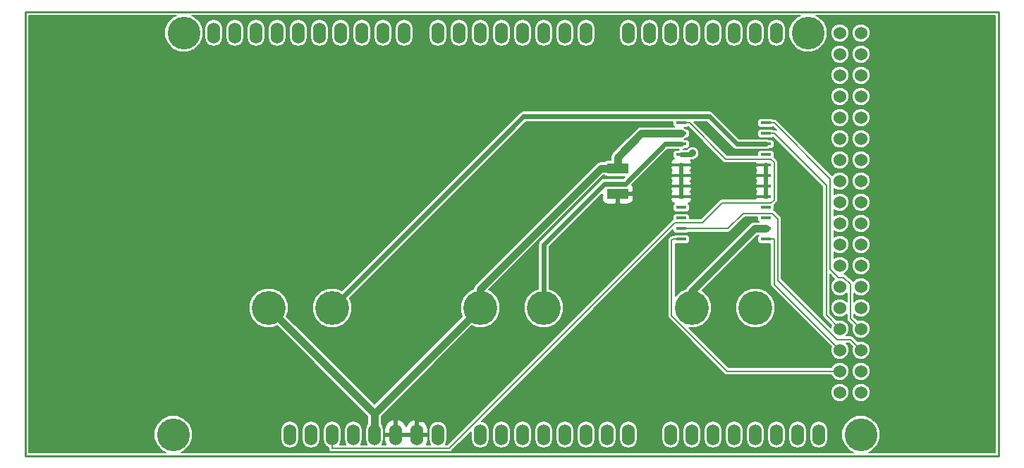
<source format=gbl>
G04 (created by PCBNEW (2013-jul-07)-stable) date Wed 30 Jul 2014 03:33:50 PM EDT*
%MOIN*%
G04 Gerber Fmt 3.4, Leading zero omitted, Abs format*
%FSLAX34Y34*%
G01*
G70*
G90*
G04 APERTURE LIST*
%ADD10C,0.00590551*%
%ADD11C,0.009*%
%ADD12C,0.155*%
%ADD13O,0.06X0.1*%
%ADD14C,0.06*%
%ADD15R,0.1X0.05*%
%ADD16R,0.05X0.015*%
%ADD17C,0.16*%
%ADD18C,0.035*%
%ADD19C,0.036*%
%ADD20C,0.008*%
%ADD21C,0.024*%
%ADD22C,0.016*%
G04 APERTURE END LIST*
G54D10*
G54D11*
X89500Y-51500D02*
X43500Y-51500D01*
X43500Y-30500D02*
X89500Y-30500D01*
X43500Y-30500D02*
X43500Y-51500D01*
X89500Y-51500D02*
X89500Y-30500D01*
G54D12*
X50500Y-50500D03*
X51000Y-31500D03*
X83000Y-50500D03*
X80500Y-31500D03*
G54D13*
X56000Y-50500D03*
X57000Y-50500D03*
X58000Y-50500D03*
X59000Y-50500D03*
X60000Y-50500D03*
X61000Y-50500D03*
X62000Y-50500D03*
X63000Y-50500D03*
X65000Y-50500D03*
X66000Y-50500D03*
X67000Y-50500D03*
X68000Y-50500D03*
X69000Y-50500D03*
X70000Y-50500D03*
X71000Y-50500D03*
X72000Y-50500D03*
X74000Y-50500D03*
X75000Y-50500D03*
X76000Y-50500D03*
X77000Y-50500D03*
X78000Y-50500D03*
X79000Y-50500D03*
X80000Y-50500D03*
X81000Y-50500D03*
X52400Y-31500D03*
X53400Y-31500D03*
X54400Y-31500D03*
X55400Y-31500D03*
X56400Y-31500D03*
X57400Y-31500D03*
X58400Y-31500D03*
X59400Y-31500D03*
X60400Y-31500D03*
X61400Y-31500D03*
X63000Y-31500D03*
X70000Y-31500D03*
X69000Y-31500D03*
X68000Y-31500D03*
X67000Y-31500D03*
X66000Y-31500D03*
X65000Y-31500D03*
X64000Y-31500D03*
X72000Y-31500D03*
X73000Y-31500D03*
X74000Y-31500D03*
X75000Y-31500D03*
X76000Y-31500D03*
X77000Y-31500D03*
X78000Y-31500D03*
X79000Y-31500D03*
G54D14*
X82000Y-31500D03*
X83000Y-31500D03*
X82000Y-32500D03*
X83000Y-32500D03*
X82000Y-33500D03*
X83000Y-33500D03*
X82000Y-34500D03*
X83000Y-34500D03*
X82000Y-35500D03*
X83000Y-35500D03*
X82000Y-36500D03*
X83000Y-36500D03*
X82000Y-37500D03*
X83000Y-37500D03*
X82000Y-38500D03*
X83000Y-38500D03*
X82000Y-39500D03*
X83000Y-39500D03*
X82000Y-40500D03*
X83000Y-40500D03*
X82000Y-41500D03*
X83000Y-41500D03*
X82000Y-42500D03*
X83000Y-42500D03*
X82000Y-43500D03*
X83000Y-43500D03*
X82000Y-44500D03*
X83000Y-44500D03*
X82000Y-45500D03*
X83000Y-45500D03*
X82000Y-46500D03*
X83000Y-46500D03*
X82000Y-47500D03*
X83000Y-47500D03*
X82000Y-48500D03*
X83000Y-48500D03*
G54D15*
X71500Y-37900D03*
X71500Y-39100D03*
G54D16*
X78500Y-38250D03*
X78500Y-37750D03*
X78500Y-37250D03*
X78500Y-36750D03*
X78500Y-36250D03*
X78500Y-35750D03*
X78500Y-38750D03*
X78500Y-39250D03*
X78500Y-39750D03*
X78500Y-40250D03*
X78500Y-40750D03*
X78500Y-41250D03*
X74500Y-41250D03*
X74500Y-40750D03*
X74500Y-40250D03*
X74500Y-39750D03*
X74500Y-39250D03*
X74500Y-38750D03*
X74500Y-38250D03*
X74500Y-37750D03*
X74500Y-37250D03*
X74500Y-36750D03*
X74500Y-36250D03*
X74500Y-35750D03*
G54D17*
X58000Y-44500D03*
X55000Y-44500D03*
X68000Y-44500D03*
X65000Y-44500D03*
X78000Y-44500D03*
X75000Y-44500D03*
G54D18*
X75037Y-37182D03*
X61000Y-47250D03*
G54D19*
X55000Y-44500D02*
X60000Y-49500D01*
X60000Y-49500D02*
X60000Y-50500D01*
X71500Y-37900D02*
X71500Y-37369D01*
X78500Y-40750D02*
X77969Y-40750D01*
X72619Y-36250D02*
X74500Y-36250D01*
X71500Y-37369D02*
X72619Y-36250D01*
X75000Y-43719D02*
X77969Y-40750D01*
X75000Y-44500D02*
X75000Y-43719D01*
X60000Y-49500D02*
X65000Y-44500D01*
X65000Y-43619D02*
X70719Y-37900D01*
X65000Y-44500D02*
X65000Y-43619D01*
X71500Y-37900D02*
X70719Y-37900D01*
G54D20*
X82500Y-45000D02*
X83000Y-45500D01*
X82500Y-43376D02*
X82500Y-45000D01*
X82183Y-43059D02*
X82500Y-43376D01*
X81937Y-43059D02*
X82183Y-43059D01*
X81545Y-42667D02*
X81937Y-43059D01*
X81545Y-38404D02*
X81545Y-42667D01*
X78890Y-35750D02*
X81545Y-38404D01*
X78500Y-35750D02*
X78890Y-35750D01*
X81354Y-44854D02*
X82000Y-45500D01*
X81354Y-38714D02*
X81354Y-44854D01*
X78890Y-36250D02*
X81354Y-38714D01*
X78500Y-36250D02*
X78890Y-36250D01*
X78890Y-43390D02*
X82000Y-46500D01*
X78890Y-41250D02*
X78890Y-43390D01*
X78500Y-41250D02*
X78890Y-41250D01*
X82500Y-46000D02*
X83000Y-46500D01*
X81876Y-46000D02*
X82500Y-46000D01*
X79070Y-43194D02*
X81876Y-46000D01*
X79070Y-40295D02*
X79070Y-43194D01*
X78810Y-40034D02*
X79070Y-40295D01*
X77428Y-40034D02*
X78810Y-40034D01*
X76713Y-40750D02*
X77428Y-40034D01*
X74500Y-40750D02*
X76713Y-40750D01*
G54D21*
X74500Y-37250D02*
X74970Y-37250D01*
X75037Y-37182D02*
X74970Y-37250D01*
X73742Y-36750D02*
X74500Y-36750D01*
X71862Y-38629D02*
X73742Y-36750D01*
X70882Y-38629D02*
X71862Y-38629D01*
X68000Y-41512D02*
X70882Y-38629D01*
X68000Y-44500D02*
X68000Y-41512D01*
X77126Y-36750D02*
X78500Y-36750D01*
X75825Y-35449D02*
X77126Y-36750D01*
X67050Y-35449D02*
X75825Y-35449D01*
X58000Y-44500D02*
X67050Y-35449D01*
G54D20*
X63522Y-51140D02*
X58000Y-51140D01*
X74197Y-40465D02*
X63522Y-51140D01*
X75509Y-40465D02*
X74197Y-40465D01*
X76439Y-39534D02*
X75509Y-40465D01*
X78747Y-39534D02*
X76439Y-39534D01*
X78890Y-39391D02*
X78747Y-39534D01*
X78890Y-37614D02*
X78890Y-39391D01*
X78741Y-37465D02*
X78890Y-37614D01*
X76605Y-37465D02*
X78741Y-37465D01*
X74890Y-35750D02*
X76605Y-37465D01*
X58000Y-50500D02*
X58000Y-51140D01*
X74500Y-35750D02*
X74890Y-35750D01*
X74500Y-41250D02*
X74109Y-41250D01*
X76663Y-47500D02*
X82000Y-47500D01*
X74050Y-44886D02*
X76663Y-47500D01*
X74050Y-41309D02*
X74050Y-44886D01*
X74109Y-41250D02*
X74050Y-41309D01*
G54D22*
X71500Y-42396D02*
X71500Y-39100D01*
X64076Y-49819D02*
X71500Y-42396D01*
X62000Y-49819D02*
X64076Y-49819D01*
X62000Y-50500D02*
X62000Y-49819D01*
G54D10*
G36*
X78567Y-39287D02*
X78560Y-39287D01*
X78560Y-39317D01*
X78440Y-39317D01*
X78440Y-39287D01*
X78440Y-39212D01*
X78440Y-39005D01*
X78440Y-38995D01*
X78440Y-38787D01*
X78440Y-38712D01*
X78440Y-38505D01*
X78440Y-38495D01*
X78440Y-38287D01*
X78440Y-38212D01*
X78440Y-38005D01*
X78440Y-37995D01*
X78440Y-37787D01*
X78070Y-37787D01*
X78010Y-37847D01*
X78009Y-37872D01*
X78046Y-37960D01*
X78085Y-38000D01*
X78046Y-38039D01*
X78009Y-38127D01*
X78010Y-38152D01*
X78070Y-38212D01*
X78440Y-38212D01*
X78440Y-38287D01*
X78070Y-38287D01*
X78010Y-38347D01*
X78009Y-38372D01*
X78046Y-38460D01*
X78085Y-38500D01*
X78046Y-38539D01*
X78009Y-38627D01*
X78010Y-38652D01*
X78070Y-38712D01*
X78440Y-38712D01*
X78440Y-38787D01*
X78070Y-38787D01*
X78010Y-38847D01*
X78009Y-38872D01*
X78046Y-38960D01*
X78085Y-39000D01*
X78046Y-39039D01*
X78009Y-39127D01*
X78010Y-39152D01*
X78070Y-39212D01*
X78440Y-39212D01*
X78440Y-39287D01*
X78070Y-39287D01*
X78010Y-39347D01*
X78009Y-39354D01*
X76439Y-39354D01*
X76370Y-39368D01*
X76312Y-39407D01*
X75434Y-40285D01*
X74990Y-40285D01*
X74990Y-39372D01*
X74990Y-39127D01*
X74953Y-39039D01*
X74914Y-39000D01*
X74953Y-38960D01*
X74990Y-38872D01*
X74990Y-38627D01*
X74953Y-38539D01*
X74914Y-38500D01*
X74953Y-38460D01*
X74990Y-38372D01*
X74990Y-38127D01*
X74953Y-38039D01*
X74914Y-38000D01*
X74953Y-37960D01*
X74990Y-37872D01*
X74990Y-37847D01*
X74930Y-37787D01*
X74560Y-37787D01*
X74560Y-37995D01*
X74560Y-38005D01*
X74560Y-38212D01*
X74930Y-38212D01*
X74990Y-38152D01*
X74990Y-38127D01*
X74990Y-38372D01*
X74990Y-38347D01*
X74930Y-38287D01*
X74560Y-38287D01*
X74560Y-38495D01*
X74560Y-38505D01*
X74560Y-38712D01*
X74930Y-38712D01*
X74990Y-38652D01*
X74990Y-38627D01*
X74990Y-38872D01*
X74990Y-38847D01*
X74930Y-38787D01*
X74560Y-38787D01*
X74560Y-38995D01*
X74560Y-39005D01*
X74560Y-39212D01*
X74930Y-39212D01*
X74990Y-39152D01*
X74990Y-39127D01*
X74990Y-39372D01*
X74990Y-39347D01*
X74930Y-39287D01*
X74560Y-39287D01*
X74560Y-39317D01*
X74440Y-39317D01*
X74440Y-39287D01*
X74440Y-39212D01*
X74440Y-39005D01*
X74440Y-38995D01*
X74440Y-38787D01*
X74440Y-38712D01*
X74440Y-38505D01*
X74440Y-38495D01*
X74440Y-38287D01*
X74440Y-38212D01*
X74440Y-38005D01*
X74440Y-37995D01*
X74440Y-37787D01*
X74070Y-37787D01*
X74010Y-37847D01*
X74009Y-37872D01*
X74046Y-37960D01*
X74085Y-38000D01*
X74046Y-38039D01*
X74009Y-38127D01*
X74010Y-38152D01*
X74070Y-38212D01*
X74440Y-38212D01*
X74440Y-38287D01*
X74070Y-38287D01*
X74010Y-38347D01*
X74009Y-38372D01*
X74046Y-38460D01*
X74085Y-38500D01*
X74046Y-38539D01*
X74009Y-38627D01*
X74010Y-38652D01*
X74070Y-38712D01*
X74440Y-38712D01*
X74440Y-38787D01*
X74070Y-38787D01*
X74010Y-38847D01*
X74009Y-38872D01*
X74046Y-38960D01*
X74085Y-39000D01*
X74046Y-39039D01*
X74009Y-39127D01*
X74010Y-39152D01*
X74070Y-39212D01*
X74440Y-39212D01*
X74440Y-39287D01*
X74070Y-39287D01*
X74010Y-39347D01*
X74009Y-39372D01*
X74046Y-39460D01*
X74113Y-39528D01*
X74175Y-39554D01*
X74170Y-39556D01*
X74131Y-39595D01*
X74110Y-39647D01*
X74109Y-39702D01*
X74109Y-39852D01*
X74131Y-39904D01*
X74170Y-39943D01*
X74222Y-39964D01*
X74277Y-39965D01*
X74777Y-39965D01*
X74829Y-39943D01*
X74868Y-39904D01*
X74889Y-39852D01*
X74890Y-39797D01*
X74890Y-39647D01*
X74868Y-39595D01*
X74829Y-39556D01*
X74824Y-39554D01*
X74886Y-39528D01*
X74953Y-39460D01*
X74990Y-39372D01*
X74990Y-40285D01*
X74890Y-40285D01*
X74890Y-40147D01*
X74868Y-40095D01*
X74829Y-40056D01*
X74777Y-40035D01*
X74722Y-40034D01*
X74222Y-40034D01*
X74170Y-40056D01*
X74131Y-40095D01*
X74110Y-40147D01*
X74109Y-40202D01*
X74109Y-40311D01*
X74070Y-40337D01*
X72240Y-42168D01*
X72240Y-39397D01*
X72240Y-39220D01*
X72180Y-39160D01*
X71560Y-39160D01*
X71560Y-39530D01*
X71620Y-39590D01*
X71952Y-39590D01*
X72047Y-39589D01*
X72136Y-39553D01*
X72203Y-39485D01*
X72240Y-39397D01*
X72240Y-42168D01*
X71440Y-42968D01*
X63448Y-50960D01*
X63353Y-50960D01*
X63406Y-50880D01*
X63440Y-50712D01*
X63440Y-50287D01*
X63406Y-50119D01*
X63311Y-49976D01*
X63168Y-49880D01*
X63000Y-49847D01*
X62831Y-49880D01*
X62688Y-49976D01*
X62593Y-50119D01*
X62560Y-50287D01*
X62560Y-50712D01*
X62593Y-50880D01*
X62646Y-50960D01*
X62476Y-50960D01*
X62540Y-50760D01*
X62540Y-50560D01*
X62540Y-50440D01*
X62540Y-50240D01*
X62475Y-50037D01*
X62339Y-49875D01*
X62143Y-49779D01*
X62060Y-49823D01*
X62060Y-50440D01*
X62540Y-50440D01*
X62540Y-50560D01*
X62060Y-50560D01*
X62060Y-50567D01*
X61940Y-50567D01*
X61940Y-50560D01*
X61940Y-50440D01*
X61940Y-49823D01*
X61856Y-49779D01*
X61660Y-49875D01*
X61524Y-50037D01*
X61500Y-50113D01*
X61475Y-50037D01*
X61339Y-49875D01*
X61143Y-49779D01*
X61060Y-49823D01*
X61060Y-50440D01*
X61460Y-50440D01*
X61540Y-50440D01*
X61940Y-50440D01*
X61940Y-50560D01*
X61540Y-50560D01*
X61460Y-50560D01*
X61060Y-50560D01*
X61060Y-50567D01*
X60940Y-50567D01*
X60940Y-50560D01*
X60940Y-50440D01*
X60940Y-49823D01*
X60856Y-49779D01*
X60660Y-49875D01*
X60524Y-50037D01*
X60460Y-50240D01*
X60460Y-50440D01*
X60940Y-50440D01*
X60940Y-50560D01*
X60460Y-50560D01*
X60460Y-50760D01*
X60523Y-50960D01*
X60353Y-50960D01*
X60406Y-50880D01*
X60440Y-50712D01*
X60440Y-50287D01*
X60406Y-50119D01*
X60320Y-49989D01*
X60320Y-49632D01*
X64600Y-45351D01*
X64812Y-45439D01*
X65186Y-45440D01*
X65531Y-45297D01*
X65796Y-45033D01*
X65939Y-44687D01*
X65940Y-44313D01*
X65797Y-43968D01*
X65533Y-43703D01*
X65417Y-43655D01*
X70852Y-38220D01*
X70877Y-38220D01*
X70881Y-38229D01*
X70920Y-38268D01*
X70972Y-38289D01*
X71027Y-38290D01*
X71834Y-38290D01*
X71754Y-38369D01*
X70882Y-38369D01*
X70799Y-38386D01*
X70783Y-38389D01*
X70698Y-38445D01*
X67816Y-41328D01*
X67759Y-41413D01*
X67740Y-41512D01*
X67740Y-43590D01*
X67468Y-43702D01*
X67203Y-43966D01*
X67060Y-44312D01*
X67059Y-44686D01*
X67202Y-45031D01*
X67466Y-45296D01*
X67812Y-45439D01*
X68186Y-45440D01*
X68531Y-45297D01*
X68796Y-45033D01*
X68939Y-44687D01*
X68940Y-44313D01*
X68797Y-43968D01*
X68533Y-43703D01*
X68260Y-43590D01*
X68260Y-41620D01*
X70760Y-39120D01*
X70760Y-39160D01*
X70819Y-39160D01*
X70760Y-39220D01*
X70759Y-39397D01*
X70796Y-39485D01*
X70863Y-39553D01*
X70952Y-39589D01*
X71047Y-39590D01*
X71380Y-39590D01*
X71440Y-39530D01*
X71440Y-39160D01*
X71432Y-39160D01*
X71432Y-39040D01*
X71440Y-39040D01*
X71440Y-39032D01*
X71560Y-39032D01*
X71560Y-39040D01*
X72180Y-39040D01*
X72240Y-38980D01*
X72240Y-38802D01*
X72203Y-38714D01*
X72174Y-38685D01*
X73850Y-37010D01*
X74400Y-37010D01*
X74362Y-37034D01*
X74222Y-37034D01*
X74170Y-37056D01*
X74131Y-37095D01*
X74110Y-37147D01*
X74109Y-37202D01*
X74109Y-37352D01*
X74131Y-37404D01*
X74170Y-37443D01*
X74175Y-37445D01*
X74113Y-37471D01*
X74046Y-37539D01*
X74009Y-37627D01*
X74010Y-37652D01*
X74070Y-37712D01*
X74440Y-37712D01*
X74440Y-37682D01*
X74560Y-37682D01*
X74560Y-37712D01*
X74930Y-37712D01*
X74990Y-37652D01*
X74990Y-37627D01*
X74953Y-37539D01*
X74924Y-37510D01*
X74970Y-37510D01*
X75030Y-37497D01*
X75099Y-37498D01*
X75215Y-37450D01*
X75304Y-37361D01*
X75352Y-37245D01*
X75352Y-37120D01*
X75304Y-37004D01*
X75215Y-36916D01*
X75100Y-36868D01*
X74974Y-36867D01*
X74858Y-36915D01*
X74784Y-36990D01*
X74599Y-36990D01*
X74637Y-36965D01*
X74777Y-36965D01*
X74829Y-36943D01*
X74868Y-36904D01*
X74889Y-36852D01*
X74890Y-36797D01*
X74890Y-36647D01*
X74868Y-36595D01*
X74829Y-36556D01*
X74777Y-36535D01*
X74722Y-36534D01*
X74638Y-36534D01*
X74726Y-36476D01*
X74733Y-36465D01*
X74777Y-36465D01*
X74829Y-36443D01*
X74868Y-36404D01*
X74889Y-36352D01*
X74890Y-36297D01*
X74890Y-36147D01*
X74868Y-36095D01*
X74829Y-36056D01*
X74777Y-36035D01*
X74733Y-36034D01*
X74726Y-36023D01*
X74638Y-35965D01*
X74777Y-35965D01*
X74829Y-35943D01*
X74829Y-35943D01*
X76477Y-37592D01*
X76536Y-37631D01*
X76605Y-37645D01*
X78009Y-37645D01*
X78010Y-37652D01*
X78070Y-37712D01*
X78440Y-37712D01*
X78440Y-37682D01*
X78560Y-37682D01*
X78560Y-37712D01*
X78567Y-37712D01*
X78567Y-37787D01*
X78560Y-37787D01*
X78560Y-37995D01*
X78560Y-38005D01*
X78560Y-38212D01*
X78567Y-38212D01*
X78567Y-38287D01*
X78560Y-38287D01*
X78560Y-38495D01*
X78560Y-38505D01*
X78560Y-38712D01*
X78567Y-38712D01*
X78567Y-38787D01*
X78560Y-38787D01*
X78560Y-38995D01*
X78560Y-39005D01*
X78560Y-39212D01*
X78567Y-39212D01*
X78567Y-39287D01*
X78567Y-39287D01*
G37*
G54D20*
X78567Y-39287D02*
X78560Y-39287D01*
X78560Y-39317D01*
X78440Y-39317D01*
X78440Y-39287D01*
X78440Y-39212D01*
X78440Y-39005D01*
X78440Y-38995D01*
X78440Y-38787D01*
X78440Y-38712D01*
X78440Y-38505D01*
X78440Y-38495D01*
X78440Y-38287D01*
X78440Y-38212D01*
X78440Y-38005D01*
X78440Y-37995D01*
X78440Y-37787D01*
X78070Y-37787D01*
X78010Y-37847D01*
X78009Y-37872D01*
X78046Y-37960D01*
X78085Y-38000D01*
X78046Y-38039D01*
X78009Y-38127D01*
X78010Y-38152D01*
X78070Y-38212D01*
X78440Y-38212D01*
X78440Y-38287D01*
X78070Y-38287D01*
X78010Y-38347D01*
X78009Y-38372D01*
X78046Y-38460D01*
X78085Y-38500D01*
X78046Y-38539D01*
X78009Y-38627D01*
X78010Y-38652D01*
X78070Y-38712D01*
X78440Y-38712D01*
X78440Y-38787D01*
X78070Y-38787D01*
X78010Y-38847D01*
X78009Y-38872D01*
X78046Y-38960D01*
X78085Y-39000D01*
X78046Y-39039D01*
X78009Y-39127D01*
X78010Y-39152D01*
X78070Y-39212D01*
X78440Y-39212D01*
X78440Y-39287D01*
X78070Y-39287D01*
X78010Y-39347D01*
X78009Y-39354D01*
X76439Y-39354D01*
X76370Y-39368D01*
X76312Y-39407D01*
X75434Y-40285D01*
X74990Y-40285D01*
X74990Y-39372D01*
X74990Y-39127D01*
X74953Y-39039D01*
X74914Y-39000D01*
X74953Y-38960D01*
X74990Y-38872D01*
X74990Y-38627D01*
X74953Y-38539D01*
X74914Y-38500D01*
X74953Y-38460D01*
X74990Y-38372D01*
X74990Y-38127D01*
X74953Y-38039D01*
X74914Y-38000D01*
X74953Y-37960D01*
X74990Y-37872D01*
X74990Y-37847D01*
X74930Y-37787D01*
X74560Y-37787D01*
X74560Y-37995D01*
X74560Y-38005D01*
X74560Y-38212D01*
X74930Y-38212D01*
X74990Y-38152D01*
X74990Y-38127D01*
X74990Y-38372D01*
X74990Y-38347D01*
X74930Y-38287D01*
X74560Y-38287D01*
X74560Y-38495D01*
X74560Y-38505D01*
X74560Y-38712D01*
X74930Y-38712D01*
X74990Y-38652D01*
X74990Y-38627D01*
X74990Y-38872D01*
X74990Y-38847D01*
X74930Y-38787D01*
X74560Y-38787D01*
X74560Y-38995D01*
X74560Y-39005D01*
X74560Y-39212D01*
X74930Y-39212D01*
X74990Y-39152D01*
X74990Y-39127D01*
X74990Y-39372D01*
X74990Y-39347D01*
X74930Y-39287D01*
X74560Y-39287D01*
X74560Y-39317D01*
X74440Y-39317D01*
X74440Y-39287D01*
X74440Y-39212D01*
X74440Y-39005D01*
X74440Y-38995D01*
X74440Y-38787D01*
X74440Y-38712D01*
X74440Y-38505D01*
X74440Y-38495D01*
X74440Y-38287D01*
X74440Y-38212D01*
X74440Y-38005D01*
X74440Y-37995D01*
X74440Y-37787D01*
X74070Y-37787D01*
X74010Y-37847D01*
X74009Y-37872D01*
X74046Y-37960D01*
X74085Y-38000D01*
X74046Y-38039D01*
X74009Y-38127D01*
X74010Y-38152D01*
X74070Y-38212D01*
X74440Y-38212D01*
X74440Y-38287D01*
X74070Y-38287D01*
X74010Y-38347D01*
X74009Y-38372D01*
X74046Y-38460D01*
X74085Y-38500D01*
X74046Y-38539D01*
X74009Y-38627D01*
X74010Y-38652D01*
X74070Y-38712D01*
X74440Y-38712D01*
X74440Y-38787D01*
X74070Y-38787D01*
X74010Y-38847D01*
X74009Y-38872D01*
X74046Y-38960D01*
X74085Y-39000D01*
X74046Y-39039D01*
X74009Y-39127D01*
X74010Y-39152D01*
X74070Y-39212D01*
X74440Y-39212D01*
X74440Y-39287D01*
X74070Y-39287D01*
X74010Y-39347D01*
X74009Y-39372D01*
X74046Y-39460D01*
X74113Y-39528D01*
X74175Y-39554D01*
X74170Y-39556D01*
X74131Y-39595D01*
X74110Y-39647D01*
X74109Y-39702D01*
X74109Y-39852D01*
X74131Y-39904D01*
X74170Y-39943D01*
X74222Y-39964D01*
X74277Y-39965D01*
X74777Y-39965D01*
X74829Y-39943D01*
X74868Y-39904D01*
X74889Y-39852D01*
X74890Y-39797D01*
X74890Y-39647D01*
X74868Y-39595D01*
X74829Y-39556D01*
X74824Y-39554D01*
X74886Y-39528D01*
X74953Y-39460D01*
X74990Y-39372D01*
X74990Y-40285D01*
X74890Y-40285D01*
X74890Y-40147D01*
X74868Y-40095D01*
X74829Y-40056D01*
X74777Y-40035D01*
X74722Y-40034D01*
X74222Y-40034D01*
X74170Y-40056D01*
X74131Y-40095D01*
X74110Y-40147D01*
X74109Y-40202D01*
X74109Y-40311D01*
X74070Y-40337D01*
X72240Y-42168D01*
X72240Y-39397D01*
X72240Y-39220D01*
X72180Y-39160D01*
X71560Y-39160D01*
X71560Y-39530D01*
X71620Y-39590D01*
X71952Y-39590D01*
X72047Y-39589D01*
X72136Y-39553D01*
X72203Y-39485D01*
X72240Y-39397D01*
X72240Y-42168D01*
X71440Y-42968D01*
X63448Y-50960D01*
X63353Y-50960D01*
X63406Y-50880D01*
X63440Y-50712D01*
X63440Y-50287D01*
X63406Y-50119D01*
X63311Y-49976D01*
X63168Y-49880D01*
X63000Y-49847D01*
X62831Y-49880D01*
X62688Y-49976D01*
X62593Y-50119D01*
X62560Y-50287D01*
X62560Y-50712D01*
X62593Y-50880D01*
X62646Y-50960D01*
X62476Y-50960D01*
X62540Y-50760D01*
X62540Y-50560D01*
X62540Y-50440D01*
X62540Y-50240D01*
X62475Y-50037D01*
X62339Y-49875D01*
X62143Y-49779D01*
X62060Y-49823D01*
X62060Y-50440D01*
X62540Y-50440D01*
X62540Y-50560D01*
X62060Y-50560D01*
X62060Y-50567D01*
X61940Y-50567D01*
X61940Y-50560D01*
X61940Y-50440D01*
X61940Y-49823D01*
X61856Y-49779D01*
X61660Y-49875D01*
X61524Y-50037D01*
X61500Y-50113D01*
X61475Y-50037D01*
X61339Y-49875D01*
X61143Y-49779D01*
X61060Y-49823D01*
X61060Y-50440D01*
X61460Y-50440D01*
X61540Y-50440D01*
X61940Y-50440D01*
X61940Y-50560D01*
X61540Y-50560D01*
X61460Y-50560D01*
X61060Y-50560D01*
X61060Y-50567D01*
X60940Y-50567D01*
X60940Y-50560D01*
X60940Y-50440D01*
X60940Y-49823D01*
X60856Y-49779D01*
X60660Y-49875D01*
X60524Y-50037D01*
X60460Y-50240D01*
X60460Y-50440D01*
X60940Y-50440D01*
X60940Y-50560D01*
X60460Y-50560D01*
X60460Y-50760D01*
X60523Y-50960D01*
X60353Y-50960D01*
X60406Y-50880D01*
X60440Y-50712D01*
X60440Y-50287D01*
X60406Y-50119D01*
X60320Y-49989D01*
X60320Y-49632D01*
X64600Y-45351D01*
X64812Y-45439D01*
X65186Y-45440D01*
X65531Y-45297D01*
X65796Y-45033D01*
X65939Y-44687D01*
X65940Y-44313D01*
X65797Y-43968D01*
X65533Y-43703D01*
X65417Y-43655D01*
X70852Y-38220D01*
X70877Y-38220D01*
X70881Y-38229D01*
X70920Y-38268D01*
X70972Y-38289D01*
X71027Y-38290D01*
X71834Y-38290D01*
X71754Y-38369D01*
X70882Y-38369D01*
X70799Y-38386D01*
X70783Y-38389D01*
X70698Y-38445D01*
X67816Y-41328D01*
X67759Y-41413D01*
X67740Y-41512D01*
X67740Y-43590D01*
X67468Y-43702D01*
X67203Y-43966D01*
X67060Y-44312D01*
X67059Y-44686D01*
X67202Y-45031D01*
X67466Y-45296D01*
X67812Y-45439D01*
X68186Y-45440D01*
X68531Y-45297D01*
X68796Y-45033D01*
X68939Y-44687D01*
X68940Y-44313D01*
X68797Y-43968D01*
X68533Y-43703D01*
X68260Y-43590D01*
X68260Y-41620D01*
X70760Y-39120D01*
X70760Y-39160D01*
X70819Y-39160D01*
X70760Y-39220D01*
X70759Y-39397D01*
X70796Y-39485D01*
X70863Y-39553D01*
X70952Y-39589D01*
X71047Y-39590D01*
X71380Y-39590D01*
X71440Y-39530D01*
X71440Y-39160D01*
X71432Y-39160D01*
X71432Y-39040D01*
X71440Y-39040D01*
X71440Y-39032D01*
X71560Y-39032D01*
X71560Y-39040D01*
X72180Y-39040D01*
X72240Y-38980D01*
X72240Y-38802D01*
X72203Y-38714D01*
X72174Y-38685D01*
X73850Y-37010D01*
X74400Y-37010D01*
X74362Y-37034D01*
X74222Y-37034D01*
X74170Y-37056D01*
X74131Y-37095D01*
X74110Y-37147D01*
X74109Y-37202D01*
X74109Y-37352D01*
X74131Y-37404D01*
X74170Y-37443D01*
X74175Y-37445D01*
X74113Y-37471D01*
X74046Y-37539D01*
X74009Y-37627D01*
X74010Y-37652D01*
X74070Y-37712D01*
X74440Y-37712D01*
X74440Y-37682D01*
X74560Y-37682D01*
X74560Y-37712D01*
X74930Y-37712D01*
X74990Y-37652D01*
X74990Y-37627D01*
X74953Y-37539D01*
X74924Y-37510D01*
X74970Y-37510D01*
X75030Y-37497D01*
X75099Y-37498D01*
X75215Y-37450D01*
X75304Y-37361D01*
X75352Y-37245D01*
X75352Y-37120D01*
X75304Y-37004D01*
X75215Y-36916D01*
X75100Y-36868D01*
X74974Y-36867D01*
X74858Y-36915D01*
X74784Y-36990D01*
X74599Y-36990D01*
X74637Y-36965D01*
X74777Y-36965D01*
X74829Y-36943D01*
X74868Y-36904D01*
X74889Y-36852D01*
X74890Y-36797D01*
X74890Y-36647D01*
X74868Y-36595D01*
X74829Y-36556D01*
X74777Y-36535D01*
X74722Y-36534D01*
X74638Y-36534D01*
X74726Y-36476D01*
X74733Y-36465D01*
X74777Y-36465D01*
X74829Y-36443D01*
X74868Y-36404D01*
X74889Y-36352D01*
X74890Y-36297D01*
X74890Y-36147D01*
X74868Y-36095D01*
X74829Y-36056D01*
X74777Y-36035D01*
X74733Y-36034D01*
X74726Y-36023D01*
X74638Y-35965D01*
X74777Y-35965D01*
X74829Y-35943D01*
X74829Y-35943D01*
X76477Y-37592D01*
X76536Y-37631D01*
X76605Y-37645D01*
X78009Y-37645D01*
X78010Y-37652D01*
X78070Y-37712D01*
X78440Y-37712D01*
X78440Y-37682D01*
X78560Y-37682D01*
X78560Y-37712D01*
X78567Y-37712D01*
X78567Y-37787D01*
X78560Y-37787D01*
X78560Y-37995D01*
X78560Y-38005D01*
X78560Y-38212D01*
X78567Y-38212D01*
X78567Y-38287D01*
X78560Y-38287D01*
X78560Y-38495D01*
X78560Y-38505D01*
X78560Y-38712D01*
X78567Y-38712D01*
X78567Y-38787D01*
X78560Y-38787D01*
X78560Y-38995D01*
X78560Y-39005D01*
X78560Y-39212D01*
X78567Y-39212D01*
X78567Y-39287D01*
G54D10*
G36*
X89335Y-51335D02*
X83375Y-51335D01*
X83517Y-51276D01*
X83775Y-51018D01*
X83914Y-50682D01*
X83915Y-50318D01*
X83776Y-49982D01*
X83518Y-49724D01*
X83440Y-49691D01*
X83440Y-48412D01*
X83440Y-47412D01*
X83440Y-46412D01*
X83373Y-46251D01*
X83249Y-46127D01*
X83087Y-46060D01*
X82912Y-46059D01*
X82843Y-46088D01*
X82627Y-45872D01*
X82568Y-45833D01*
X82500Y-45820D01*
X82302Y-45820D01*
X82372Y-45749D01*
X82439Y-45587D01*
X82440Y-45412D01*
X82373Y-45251D01*
X82249Y-45127D01*
X82087Y-45060D01*
X81912Y-45059D01*
X81843Y-45088D01*
X81534Y-44779D01*
X81534Y-42911D01*
X81750Y-43127D01*
X81627Y-43250D01*
X81560Y-43412D01*
X81559Y-43587D01*
X81626Y-43748D01*
X81750Y-43872D01*
X81912Y-43939D01*
X82087Y-43940D01*
X82248Y-43873D01*
X82320Y-43802D01*
X82320Y-44197D01*
X82249Y-44127D01*
X82087Y-44060D01*
X81912Y-44059D01*
X81751Y-44126D01*
X81627Y-44250D01*
X81560Y-44412D01*
X81559Y-44587D01*
X81626Y-44748D01*
X81750Y-44872D01*
X81912Y-44939D01*
X82087Y-44940D01*
X82248Y-44873D01*
X82320Y-44802D01*
X82320Y-45000D01*
X82333Y-45068D01*
X82372Y-45127D01*
X82588Y-45343D01*
X82560Y-45412D01*
X82559Y-45587D01*
X82626Y-45748D01*
X82750Y-45872D01*
X82912Y-45939D01*
X83087Y-45940D01*
X83248Y-45873D01*
X83372Y-45749D01*
X83439Y-45587D01*
X83440Y-45412D01*
X83373Y-45251D01*
X83249Y-45127D01*
X83087Y-45060D01*
X82912Y-45059D01*
X82843Y-45088D01*
X82680Y-44925D01*
X82680Y-44802D01*
X82750Y-44872D01*
X82912Y-44939D01*
X83087Y-44940D01*
X83248Y-44873D01*
X83372Y-44749D01*
X83439Y-44587D01*
X83440Y-44412D01*
X83373Y-44251D01*
X83249Y-44127D01*
X83087Y-44060D01*
X82912Y-44059D01*
X82751Y-44126D01*
X82680Y-44197D01*
X82680Y-43802D01*
X82750Y-43872D01*
X82912Y-43939D01*
X83087Y-43940D01*
X83248Y-43873D01*
X83372Y-43749D01*
X83439Y-43587D01*
X83440Y-43412D01*
X83440Y-42412D01*
X83440Y-41412D01*
X83440Y-40412D01*
X83440Y-39412D01*
X83440Y-38412D01*
X83440Y-37412D01*
X83440Y-36412D01*
X83440Y-35412D01*
X83440Y-34412D01*
X83440Y-33412D01*
X83440Y-32412D01*
X83440Y-31412D01*
X83373Y-31251D01*
X83249Y-31127D01*
X83087Y-31060D01*
X82912Y-31059D01*
X82751Y-31126D01*
X82627Y-31250D01*
X82560Y-31412D01*
X82559Y-31587D01*
X82626Y-31748D01*
X82750Y-31872D01*
X82912Y-31939D01*
X83087Y-31940D01*
X83248Y-31873D01*
X83372Y-31749D01*
X83439Y-31587D01*
X83440Y-31412D01*
X83440Y-32412D01*
X83373Y-32251D01*
X83249Y-32127D01*
X83087Y-32060D01*
X82912Y-32059D01*
X82751Y-32126D01*
X82627Y-32250D01*
X82560Y-32412D01*
X82559Y-32587D01*
X82626Y-32748D01*
X82750Y-32872D01*
X82912Y-32939D01*
X83087Y-32940D01*
X83248Y-32873D01*
X83372Y-32749D01*
X83439Y-32587D01*
X83440Y-32412D01*
X83440Y-33412D01*
X83373Y-33251D01*
X83249Y-33127D01*
X83087Y-33060D01*
X82912Y-33059D01*
X82751Y-33126D01*
X82627Y-33250D01*
X82560Y-33412D01*
X82559Y-33587D01*
X82626Y-33748D01*
X82750Y-33872D01*
X82912Y-33939D01*
X83087Y-33940D01*
X83248Y-33873D01*
X83372Y-33749D01*
X83439Y-33587D01*
X83440Y-33412D01*
X83440Y-34412D01*
X83373Y-34251D01*
X83249Y-34127D01*
X83087Y-34060D01*
X82912Y-34059D01*
X82751Y-34126D01*
X82627Y-34250D01*
X82560Y-34412D01*
X82559Y-34587D01*
X82626Y-34748D01*
X82750Y-34872D01*
X82912Y-34939D01*
X83087Y-34940D01*
X83248Y-34873D01*
X83372Y-34749D01*
X83439Y-34587D01*
X83440Y-34412D01*
X83440Y-35412D01*
X83373Y-35251D01*
X83249Y-35127D01*
X83087Y-35060D01*
X82912Y-35059D01*
X82751Y-35126D01*
X82627Y-35250D01*
X82560Y-35412D01*
X82559Y-35587D01*
X82626Y-35748D01*
X82750Y-35872D01*
X82912Y-35939D01*
X83087Y-35940D01*
X83248Y-35873D01*
X83372Y-35749D01*
X83439Y-35587D01*
X83440Y-35412D01*
X83440Y-36412D01*
X83373Y-36251D01*
X83249Y-36127D01*
X83087Y-36060D01*
X82912Y-36059D01*
X82751Y-36126D01*
X82627Y-36250D01*
X82560Y-36412D01*
X82559Y-36587D01*
X82626Y-36748D01*
X82750Y-36872D01*
X82912Y-36939D01*
X83087Y-36940D01*
X83248Y-36873D01*
X83372Y-36749D01*
X83439Y-36587D01*
X83440Y-36412D01*
X83440Y-37412D01*
X83373Y-37251D01*
X83249Y-37127D01*
X83087Y-37060D01*
X82912Y-37059D01*
X82751Y-37126D01*
X82627Y-37250D01*
X82560Y-37412D01*
X82559Y-37587D01*
X82626Y-37748D01*
X82750Y-37872D01*
X82912Y-37939D01*
X83087Y-37940D01*
X83248Y-37873D01*
X83372Y-37749D01*
X83439Y-37587D01*
X83440Y-37412D01*
X83440Y-38412D01*
X83373Y-38251D01*
X83249Y-38127D01*
X83087Y-38060D01*
X82912Y-38059D01*
X82751Y-38126D01*
X82627Y-38250D01*
X82560Y-38412D01*
X82559Y-38587D01*
X82626Y-38748D01*
X82750Y-38872D01*
X82912Y-38939D01*
X83087Y-38940D01*
X83248Y-38873D01*
X83372Y-38749D01*
X83439Y-38587D01*
X83440Y-38412D01*
X83440Y-39412D01*
X83373Y-39251D01*
X83249Y-39127D01*
X83087Y-39060D01*
X82912Y-39059D01*
X82751Y-39126D01*
X82627Y-39250D01*
X82560Y-39412D01*
X82559Y-39587D01*
X82626Y-39748D01*
X82750Y-39872D01*
X82912Y-39939D01*
X83087Y-39940D01*
X83248Y-39873D01*
X83372Y-39749D01*
X83439Y-39587D01*
X83440Y-39412D01*
X83440Y-40412D01*
X83373Y-40251D01*
X83249Y-40127D01*
X83087Y-40060D01*
X82912Y-40059D01*
X82751Y-40126D01*
X82627Y-40250D01*
X82560Y-40412D01*
X82559Y-40587D01*
X82626Y-40748D01*
X82750Y-40872D01*
X82912Y-40939D01*
X83087Y-40940D01*
X83248Y-40873D01*
X83372Y-40749D01*
X83439Y-40587D01*
X83440Y-40412D01*
X83440Y-41412D01*
X83373Y-41251D01*
X83249Y-41127D01*
X83087Y-41060D01*
X82912Y-41059D01*
X82751Y-41126D01*
X82627Y-41250D01*
X82560Y-41412D01*
X82559Y-41587D01*
X82626Y-41748D01*
X82750Y-41872D01*
X82912Y-41939D01*
X83087Y-41940D01*
X83248Y-41873D01*
X83372Y-41749D01*
X83439Y-41587D01*
X83440Y-41412D01*
X83440Y-42412D01*
X83373Y-42251D01*
X83249Y-42127D01*
X83087Y-42060D01*
X82912Y-42059D01*
X82751Y-42126D01*
X82627Y-42250D01*
X82560Y-42412D01*
X82559Y-42587D01*
X82626Y-42748D01*
X82750Y-42872D01*
X82912Y-42939D01*
X83087Y-42940D01*
X83248Y-42873D01*
X83372Y-42749D01*
X83439Y-42587D01*
X83440Y-42412D01*
X83440Y-43412D01*
X83373Y-43251D01*
X83249Y-43127D01*
X83087Y-43060D01*
X82912Y-43059D01*
X82751Y-43126D01*
X82627Y-43249D01*
X82627Y-43248D01*
X82627Y-43248D01*
X82310Y-42932D01*
X82252Y-42893D01*
X82216Y-42886D01*
X82248Y-42873D01*
X82372Y-42749D01*
X82439Y-42587D01*
X82440Y-42412D01*
X82373Y-42251D01*
X82249Y-42127D01*
X82087Y-42060D01*
X81912Y-42059D01*
X81751Y-42126D01*
X81725Y-42152D01*
X81725Y-41847D01*
X81750Y-41872D01*
X81912Y-41939D01*
X82087Y-41940D01*
X82248Y-41873D01*
X82372Y-41749D01*
X82439Y-41587D01*
X82440Y-41412D01*
X82373Y-41251D01*
X82249Y-41127D01*
X82087Y-41060D01*
X81912Y-41059D01*
X81751Y-41126D01*
X81725Y-41152D01*
X81725Y-40847D01*
X81750Y-40872D01*
X81912Y-40939D01*
X82087Y-40940D01*
X82248Y-40873D01*
X82372Y-40749D01*
X82439Y-40587D01*
X82440Y-40412D01*
X82373Y-40251D01*
X82249Y-40127D01*
X82087Y-40060D01*
X81912Y-40059D01*
X81751Y-40126D01*
X81725Y-40152D01*
X81725Y-39847D01*
X81750Y-39872D01*
X81912Y-39939D01*
X82087Y-39940D01*
X82248Y-39873D01*
X82372Y-39749D01*
X82439Y-39587D01*
X82440Y-39412D01*
X82373Y-39251D01*
X82249Y-39127D01*
X82087Y-39060D01*
X81912Y-39059D01*
X81751Y-39126D01*
X81725Y-39152D01*
X81725Y-38847D01*
X81750Y-38872D01*
X81912Y-38939D01*
X82087Y-38940D01*
X82248Y-38873D01*
X82372Y-38749D01*
X82439Y-38587D01*
X82440Y-38412D01*
X82440Y-37412D01*
X82440Y-36412D01*
X82440Y-35412D01*
X82440Y-34412D01*
X82440Y-33412D01*
X82440Y-32412D01*
X82440Y-31412D01*
X82373Y-31251D01*
X82249Y-31127D01*
X82087Y-31060D01*
X81912Y-31059D01*
X81751Y-31126D01*
X81627Y-31250D01*
X81560Y-31412D01*
X81559Y-31587D01*
X81626Y-31748D01*
X81750Y-31872D01*
X81912Y-31939D01*
X82087Y-31940D01*
X82248Y-31873D01*
X82372Y-31749D01*
X82439Y-31587D01*
X82440Y-31412D01*
X82440Y-32412D01*
X82373Y-32251D01*
X82249Y-32127D01*
X82087Y-32060D01*
X81912Y-32059D01*
X81751Y-32126D01*
X81627Y-32250D01*
X81560Y-32412D01*
X81559Y-32587D01*
X81626Y-32748D01*
X81750Y-32872D01*
X81912Y-32939D01*
X82087Y-32940D01*
X82248Y-32873D01*
X82372Y-32749D01*
X82439Y-32587D01*
X82440Y-32412D01*
X82440Y-33412D01*
X82373Y-33251D01*
X82249Y-33127D01*
X82087Y-33060D01*
X81912Y-33059D01*
X81751Y-33126D01*
X81627Y-33250D01*
X81560Y-33412D01*
X81559Y-33587D01*
X81626Y-33748D01*
X81750Y-33872D01*
X81912Y-33939D01*
X82087Y-33940D01*
X82248Y-33873D01*
X82372Y-33749D01*
X82439Y-33587D01*
X82440Y-33412D01*
X82440Y-34412D01*
X82373Y-34251D01*
X82249Y-34127D01*
X82087Y-34060D01*
X81912Y-34059D01*
X81751Y-34126D01*
X81627Y-34250D01*
X81560Y-34412D01*
X81559Y-34587D01*
X81626Y-34748D01*
X81750Y-34872D01*
X81912Y-34939D01*
X82087Y-34940D01*
X82248Y-34873D01*
X82372Y-34749D01*
X82439Y-34587D01*
X82440Y-34412D01*
X82440Y-35412D01*
X82373Y-35251D01*
X82249Y-35127D01*
X82087Y-35060D01*
X81912Y-35059D01*
X81751Y-35126D01*
X81627Y-35250D01*
X81560Y-35412D01*
X81559Y-35587D01*
X81626Y-35748D01*
X81750Y-35872D01*
X81912Y-35939D01*
X82087Y-35940D01*
X82248Y-35873D01*
X82372Y-35749D01*
X82439Y-35587D01*
X82440Y-35412D01*
X82440Y-36412D01*
X82373Y-36251D01*
X82249Y-36127D01*
X82087Y-36060D01*
X81912Y-36059D01*
X81751Y-36126D01*
X81627Y-36250D01*
X81560Y-36412D01*
X81559Y-36587D01*
X81626Y-36748D01*
X81750Y-36872D01*
X81912Y-36939D01*
X82087Y-36940D01*
X82248Y-36873D01*
X82372Y-36749D01*
X82439Y-36587D01*
X82440Y-36412D01*
X82440Y-37412D01*
X82373Y-37251D01*
X82249Y-37127D01*
X82087Y-37060D01*
X81912Y-37059D01*
X81751Y-37126D01*
X81627Y-37250D01*
X81560Y-37412D01*
X81559Y-37587D01*
X81626Y-37748D01*
X81750Y-37872D01*
X81912Y-37939D01*
X82087Y-37940D01*
X82248Y-37873D01*
X82372Y-37749D01*
X82439Y-37587D01*
X82440Y-37412D01*
X82440Y-38412D01*
X82373Y-38251D01*
X82249Y-38127D01*
X82087Y-38060D01*
X81912Y-38059D01*
X81751Y-38126D01*
X81636Y-38241D01*
X79440Y-36045D01*
X79440Y-31712D01*
X79440Y-31287D01*
X79406Y-31119D01*
X79311Y-30976D01*
X79168Y-30880D01*
X79000Y-30847D01*
X78831Y-30880D01*
X78688Y-30976D01*
X78593Y-31119D01*
X78560Y-31287D01*
X78560Y-31712D01*
X78593Y-31880D01*
X78688Y-32023D01*
X78831Y-32119D01*
X79000Y-32152D01*
X79168Y-32119D01*
X79311Y-32023D01*
X79406Y-31880D01*
X79440Y-31712D01*
X79440Y-36045D01*
X79017Y-35622D01*
X78959Y-35583D01*
X78890Y-35570D01*
X78843Y-35570D01*
X78829Y-35556D01*
X78777Y-35535D01*
X78722Y-35534D01*
X78440Y-35534D01*
X78440Y-31712D01*
X78440Y-31287D01*
X78406Y-31119D01*
X78311Y-30976D01*
X78168Y-30880D01*
X78000Y-30847D01*
X77831Y-30880D01*
X77688Y-30976D01*
X77593Y-31119D01*
X77560Y-31287D01*
X77560Y-31712D01*
X77593Y-31880D01*
X77688Y-32023D01*
X77831Y-32119D01*
X78000Y-32152D01*
X78168Y-32119D01*
X78311Y-32023D01*
X78406Y-31880D01*
X78440Y-31712D01*
X78440Y-35534D01*
X78222Y-35534D01*
X78170Y-35556D01*
X78131Y-35595D01*
X78110Y-35647D01*
X78109Y-35702D01*
X78109Y-35852D01*
X78131Y-35904D01*
X78170Y-35943D01*
X78222Y-35964D01*
X78277Y-35965D01*
X78777Y-35965D01*
X78829Y-35943D01*
X78829Y-35943D01*
X78989Y-36104D01*
X78959Y-36083D01*
X78890Y-36070D01*
X78843Y-36070D01*
X78829Y-36056D01*
X78777Y-36035D01*
X78722Y-36034D01*
X78222Y-36034D01*
X78170Y-36056D01*
X78131Y-36095D01*
X78110Y-36147D01*
X78109Y-36202D01*
X78109Y-36352D01*
X78131Y-36404D01*
X78170Y-36443D01*
X78222Y-36464D01*
X78277Y-36465D01*
X78777Y-36465D01*
X78829Y-36443D01*
X78829Y-36443D01*
X81174Y-38788D01*
X81174Y-44854D01*
X81187Y-44923D01*
X81226Y-44981D01*
X81588Y-45343D01*
X81560Y-45412D01*
X81560Y-45429D01*
X79250Y-43119D01*
X79250Y-40295D01*
X79236Y-40226D01*
X79197Y-40167D01*
X78937Y-39907D01*
X78882Y-39870D01*
X78889Y-39852D01*
X78890Y-39797D01*
X78890Y-39647D01*
X78889Y-39646D01*
X79017Y-39519D01*
X79017Y-39519D01*
X79056Y-39460D01*
X79070Y-39391D01*
X79070Y-39391D01*
X79070Y-37614D01*
X79070Y-37614D01*
X79056Y-37545D01*
X79056Y-37545D01*
X79043Y-37525D01*
X79017Y-37486D01*
X79017Y-37486D01*
X78888Y-37357D01*
X78889Y-37352D01*
X78890Y-37297D01*
X78890Y-37147D01*
X78868Y-37095D01*
X78829Y-37056D01*
X78777Y-37035D01*
X78722Y-37034D01*
X78222Y-37034D01*
X78170Y-37056D01*
X78131Y-37095D01*
X78110Y-37147D01*
X78109Y-37202D01*
X78109Y-37285D01*
X76679Y-37285D01*
X75103Y-35709D01*
X75717Y-35709D01*
X76942Y-36933D01*
X76942Y-36933D01*
X76998Y-36971D01*
X77026Y-36990D01*
X77026Y-36990D01*
X77126Y-37009D01*
X77126Y-37010D01*
X78500Y-37010D01*
X78599Y-36990D01*
X78637Y-36965D01*
X78777Y-36965D01*
X78829Y-36943D01*
X78868Y-36904D01*
X78889Y-36852D01*
X78890Y-36797D01*
X78890Y-36647D01*
X78868Y-36595D01*
X78829Y-36556D01*
X78777Y-36535D01*
X78722Y-36534D01*
X78637Y-36534D01*
X78599Y-36509D01*
X78500Y-36490D01*
X77440Y-36490D01*
X77440Y-31712D01*
X77440Y-31287D01*
X77406Y-31119D01*
X77311Y-30976D01*
X77168Y-30880D01*
X77000Y-30847D01*
X76831Y-30880D01*
X76688Y-30976D01*
X76593Y-31119D01*
X76560Y-31287D01*
X76560Y-31712D01*
X76593Y-31880D01*
X76688Y-32023D01*
X76831Y-32119D01*
X77000Y-32152D01*
X77168Y-32119D01*
X77311Y-32023D01*
X77406Y-31880D01*
X77440Y-31712D01*
X77440Y-36490D01*
X77233Y-36490D01*
X76440Y-35696D01*
X76440Y-31712D01*
X76440Y-31287D01*
X76406Y-31119D01*
X76311Y-30976D01*
X76168Y-30880D01*
X76000Y-30847D01*
X75831Y-30880D01*
X75688Y-30976D01*
X75593Y-31119D01*
X75560Y-31287D01*
X75560Y-31712D01*
X75593Y-31880D01*
X75688Y-32023D01*
X75831Y-32119D01*
X76000Y-32152D01*
X76168Y-32119D01*
X76311Y-32023D01*
X76406Y-31880D01*
X76440Y-31712D01*
X76440Y-35696D01*
X76008Y-35265D01*
X75924Y-35208D01*
X75825Y-35189D01*
X75440Y-35189D01*
X75440Y-31712D01*
X75440Y-31287D01*
X75406Y-31119D01*
X75311Y-30976D01*
X75168Y-30880D01*
X75000Y-30847D01*
X74831Y-30880D01*
X74688Y-30976D01*
X74593Y-31119D01*
X74560Y-31287D01*
X74560Y-31712D01*
X74593Y-31880D01*
X74688Y-32023D01*
X74831Y-32119D01*
X75000Y-32152D01*
X75168Y-32119D01*
X75311Y-32023D01*
X75406Y-31880D01*
X75440Y-31712D01*
X75440Y-35189D01*
X74440Y-35189D01*
X74440Y-31712D01*
X74440Y-31287D01*
X74406Y-31119D01*
X74311Y-30976D01*
X74168Y-30880D01*
X74000Y-30847D01*
X73831Y-30880D01*
X73688Y-30976D01*
X73593Y-31119D01*
X73560Y-31287D01*
X73560Y-31712D01*
X73593Y-31880D01*
X73688Y-32023D01*
X73831Y-32119D01*
X74000Y-32152D01*
X74168Y-32119D01*
X74311Y-32023D01*
X74406Y-31880D01*
X74440Y-31712D01*
X74440Y-35189D01*
X73440Y-35189D01*
X73440Y-31712D01*
X73440Y-31287D01*
X73406Y-31119D01*
X73311Y-30976D01*
X73168Y-30880D01*
X73000Y-30847D01*
X72831Y-30880D01*
X72688Y-30976D01*
X72593Y-31119D01*
X72560Y-31287D01*
X72560Y-31712D01*
X72593Y-31880D01*
X72688Y-32023D01*
X72831Y-32119D01*
X73000Y-32152D01*
X73168Y-32119D01*
X73311Y-32023D01*
X73406Y-31880D01*
X73440Y-31712D01*
X73440Y-35189D01*
X72440Y-35189D01*
X72440Y-31712D01*
X72440Y-31287D01*
X72406Y-31119D01*
X72311Y-30976D01*
X72168Y-30880D01*
X72000Y-30847D01*
X71831Y-30880D01*
X71688Y-30976D01*
X71593Y-31119D01*
X71560Y-31287D01*
X71560Y-31712D01*
X71593Y-31880D01*
X71688Y-32023D01*
X71831Y-32119D01*
X72000Y-32152D01*
X72168Y-32119D01*
X72311Y-32023D01*
X72406Y-31880D01*
X72440Y-31712D01*
X72440Y-35189D01*
X70440Y-35189D01*
X70440Y-31712D01*
X70440Y-31287D01*
X70406Y-31119D01*
X70311Y-30976D01*
X70168Y-30880D01*
X70000Y-30847D01*
X69831Y-30880D01*
X69688Y-30976D01*
X69593Y-31119D01*
X69560Y-31287D01*
X69560Y-31712D01*
X69593Y-31880D01*
X69688Y-32023D01*
X69831Y-32119D01*
X70000Y-32152D01*
X70168Y-32119D01*
X70311Y-32023D01*
X70406Y-31880D01*
X70440Y-31712D01*
X70440Y-35189D01*
X69440Y-35189D01*
X69440Y-31712D01*
X69440Y-31287D01*
X69406Y-31119D01*
X69311Y-30976D01*
X69168Y-30880D01*
X69000Y-30847D01*
X68831Y-30880D01*
X68688Y-30976D01*
X68593Y-31119D01*
X68560Y-31287D01*
X68560Y-31712D01*
X68593Y-31880D01*
X68688Y-32023D01*
X68831Y-32119D01*
X69000Y-32152D01*
X69168Y-32119D01*
X69311Y-32023D01*
X69406Y-31880D01*
X69440Y-31712D01*
X69440Y-35189D01*
X68440Y-35189D01*
X68440Y-31712D01*
X68440Y-31287D01*
X68406Y-31119D01*
X68311Y-30976D01*
X68168Y-30880D01*
X68000Y-30847D01*
X67831Y-30880D01*
X67688Y-30976D01*
X67593Y-31119D01*
X67560Y-31287D01*
X67560Y-31712D01*
X67593Y-31880D01*
X67688Y-32023D01*
X67831Y-32119D01*
X68000Y-32152D01*
X68168Y-32119D01*
X68311Y-32023D01*
X68406Y-31880D01*
X68440Y-31712D01*
X68440Y-35189D01*
X67440Y-35189D01*
X67440Y-31712D01*
X67440Y-31287D01*
X67406Y-31119D01*
X67311Y-30976D01*
X67168Y-30880D01*
X67000Y-30847D01*
X66831Y-30880D01*
X66688Y-30976D01*
X66593Y-31119D01*
X66560Y-31287D01*
X66560Y-31712D01*
X66593Y-31880D01*
X66688Y-32023D01*
X66831Y-32119D01*
X67000Y-32152D01*
X67168Y-32119D01*
X67311Y-32023D01*
X67406Y-31880D01*
X67440Y-31712D01*
X67440Y-35189D01*
X67050Y-35189D01*
X66951Y-35208D01*
X66923Y-35227D01*
X66867Y-35265D01*
X66440Y-35692D01*
X66440Y-31712D01*
X66440Y-31287D01*
X66406Y-31119D01*
X66311Y-30976D01*
X66168Y-30880D01*
X66000Y-30847D01*
X65831Y-30880D01*
X65688Y-30976D01*
X65593Y-31119D01*
X65560Y-31287D01*
X65560Y-31712D01*
X65593Y-31880D01*
X65688Y-32023D01*
X65831Y-32119D01*
X66000Y-32152D01*
X66168Y-32119D01*
X66311Y-32023D01*
X66406Y-31880D01*
X66440Y-31712D01*
X66440Y-35692D01*
X65440Y-36692D01*
X65440Y-31712D01*
X65440Y-31287D01*
X65406Y-31119D01*
X65311Y-30976D01*
X65168Y-30880D01*
X65000Y-30847D01*
X64831Y-30880D01*
X64688Y-30976D01*
X64593Y-31119D01*
X64560Y-31287D01*
X64560Y-31712D01*
X64593Y-31880D01*
X64688Y-32023D01*
X64831Y-32119D01*
X65000Y-32152D01*
X65168Y-32119D01*
X65311Y-32023D01*
X65406Y-31880D01*
X65440Y-31712D01*
X65440Y-36692D01*
X64440Y-37692D01*
X64440Y-31712D01*
X64440Y-31287D01*
X64406Y-31119D01*
X64311Y-30976D01*
X64168Y-30880D01*
X64000Y-30847D01*
X63831Y-30880D01*
X63688Y-30976D01*
X63593Y-31119D01*
X63560Y-31287D01*
X63560Y-31712D01*
X63593Y-31880D01*
X63688Y-32023D01*
X63831Y-32119D01*
X64000Y-32152D01*
X64168Y-32119D01*
X64311Y-32023D01*
X64406Y-31880D01*
X64440Y-31712D01*
X64440Y-37692D01*
X63440Y-38692D01*
X63440Y-31712D01*
X63440Y-31287D01*
X63406Y-31119D01*
X63311Y-30976D01*
X63168Y-30880D01*
X63000Y-30847D01*
X62831Y-30880D01*
X62688Y-30976D01*
X62593Y-31119D01*
X62560Y-31287D01*
X62560Y-31712D01*
X62593Y-31880D01*
X62688Y-32023D01*
X62831Y-32119D01*
X63000Y-32152D01*
X63168Y-32119D01*
X63311Y-32023D01*
X63406Y-31880D01*
X63440Y-31712D01*
X63440Y-38692D01*
X61840Y-40292D01*
X61840Y-31712D01*
X61840Y-31287D01*
X61806Y-31119D01*
X61711Y-30976D01*
X61568Y-30880D01*
X61400Y-30847D01*
X61231Y-30880D01*
X61088Y-30976D01*
X60993Y-31119D01*
X60960Y-31287D01*
X60960Y-31712D01*
X60993Y-31880D01*
X61088Y-32023D01*
X61231Y-32119D01*
X61400Y-32152D01*
X61568Y-32119D01*
X61711Y-32023D01*
X61806Y-31880D01*
X61840Y-31712D01*
X61840Y-40292D01*
X60840Y-41292D01*
X60840Y-31712D01*
X60840Y-31287D01*
X60806Y-31119D01*
X60711Y-30976D01*
X60568Y-30880D01*
X60400Y-30847D01*
X60231Y-30880D01*
X60088Y-30976D01*
X59993Y-31119D01*
X59960Y-31287D01*
X59960Y-31712D01*
X59993Y-31880D01*
X60088Y-32023D01*
X60231Y-32119D01*
X60400Y-32152D01*
X60568Y-32119D01*
X60711Y-32023D01*
X60806Y-31880D01*
X60840Y-31712D01*
X60840Y-41292D01*
X59840Y-42292D01*
X59840Y-31712D01*
X59840Y-31287D01*
X59806Y-31119D01*
X59711Y-30976D01*
X59568Y-30880D01*
X59400Y-30847D01*
X59231Y-30880D01*
X59088Y-30976D01*
X58993Y-31119D01*
X58960Y-31287D01*
X58960Y-31712D01*
X58993Y-31880D01*
X59088Y-32023D01*
X59231Y-32119D01*
X59400Y-32152D01*
X59568Y-32119D01*
X59711Y-32023D01*
X59806Y-31880D01*
X59840Y-31712D01*
X59840Y-42292D01*
X58840Y-43292D01*
X58840Y-31712D01*
X58840Y-31287D01*
X58806Y-31119D01*
X58711Y-30976D01*
X58568Y-30880D01*
X58400Y-30847D01*
X58231Y-30880D01*
X58088Y-30976D01*
X57993Y-31119D01*
X57960Y-31287D01*
X57960Y-31712D01*
X57993Y-31880D01*
X58088Y-32023D01*
X58231Y-32119D01*
X58400Y-32152D01*
X58568Y-32119D01*
X58711Y-32023D01*
X58806Y-31880D01*
X58840Y-31712D01*
X58840Y-43292D01*
X58459Y-43672D01*
X58187Y-43560D01*
X57840Y-43559D01*
X57840Y-31712D01*
X57840Y-31287D01*
X57806Y-31119D01*
X57711Y-30976D01*
X57568Y-30880D01*
X57400Y-30847D01*
X57231Y-30880D01*
X57088Y-30976D01*
X56993Y-31119D01*
X56960Y-31287D01*
X56960Y-31712D01*
X56993Y-31880D01*
X57088Y-32023D01*
X57231Y-32119D01*
X57400Y-32152D01*
X57568Y-32119D01*
X57711Y-32023D01*
X57806Y-31880D01*
X57840Y-31712D01*
X57840Y-43559D01*
X57813Y-43559D01*
X57468Y-43702D01*
X57203Y-43966D01*
X57060Y-44312D01*
X57059Y-44686D01*
X57202Y-45031D01*
X57466Y-45296D01*
X57812Y-45439D01*
X58186Y-45440D01*
X58531Y-45297D01*
X58796Y-45033D01*
X58939Y-44687D01*
X58940Y-44313D01*
X58827Y-44040D01*
X67158Y-35709D01*
X74109Y-35709D01*
X74109Y-35852D01*
X74131Y-35904D01*
X74156Y-35930D01*
X72619Y-35930D01*
X72497Y-35954D01*
X72393Y-36023D01*
X71273Y-37143D01*
X71204Y-37247D01*
X71180Y-37369D01*
X71180Y-37509D01*
X70972Y-37509D01*
X70920Y-37531D01*
X70881Y-37570D01*
X70877Y-37580D01*
X70719Y-37580D01*
X70597Y-37604D01*
X70535Y-37645D01*
X70493Y-37673D01*
X64773Y-43393D01*
X64704Y-43497D01*
X64681Y-43614D01*
X64468Y-43702D01*
X64203Y-43966D01*
X64060Y-44312D01*
X64059Y-44686D01*
X64147Y-44899D01*
X60000Y-49047D01*
X56840Y-45887D01*
X56840Y-31712D01*
X56840Y-31287D01*
X56806Y-31119D01*
X56711Y-30976D01*
X56568Y-30880D01*
X56400Y-30847D01*
X56231Y-30880D01*
X56088Y-30976D01*
X55993Y-31119D01*
X55960Y-31287D01*
X55960Y-31712D01*
X55993Y-31880D01*
X56088Y-32023D01*
X56231Y-32119D01*
X56400Y-32152D01*
X56568Y-32119D01*
X56711Y-32023D01*
X56806Y-31880D01*
X56840Y-31712D01*
X56840Y-45887D01*
X55851Y-44899D01*
X55939Y-44687D01*
X55940Y-44313D01*
X55840Y-44071D01*
X55840Y-31712D01*
X55840Y-31287D01*
X55806Y-31119D01*
X55711Y-30976D01*
X55568Y-30880D01*
X55400Y-30847D01*
X55231Y-30880D01*
X55088Y-30976D01*
X54993Y-31119D01*
X54960Y-31287D01*
X54960Y-31712D01*
X54993Y-31880D01*
X55088Y-32023D01*
X55231Y-32119D01*
X55400Y-32152D01*
X55568Y-32119D01*
X55711Y-32023D01*
X55806Y-31880D01*
X55840Y-31712D01*
X55840Y-44071D01*
X55797Y-43968D01*
X55533Y-43703D01*
X55187Y-43560D01*
X54840Y-43559D01*
X54840Y-31712D01*
X54840Y-31287D01*
X54806Y-31119D01*
X54711Y-30976D01*
X54568Y-30880D01*
X54400Y-30847D01*
X54231Y-30880D01*
X54088Y-30976D01*
X53993Y-31119D01*
X53960Y-31287D01*
X53960Y-31712D01*
X53993Y-31880D01*
X54088Y-32023D01*
X54231Y-32119D01*
X54400Y-32152D01*
X54568Y-32119D01*
X54711Y-32023D01*
X54806Y-31880D01*
X54840Y-31712D01*
X54840Y-43559D01*
X54813Y-43559D01*
X54468Y-43702D01*
X54203Y-43966D01*
X54060Y-44312D01*
X54059Y-44686D01*
X54202Y-45031D01*
X54466Y-45296D01*
X54812Y-45439D01*
X55186Y-45440D01*
X55399Y-45352D01*
X59680Y-49632D01*
X59680Y-49989D01*
X59593Y-50119D01*
X59560Y-50287D01*
X59560Y-50712D01*
X59593Y-50880D01*
X59646Y-50960D01*
X59353Y-50960D01*
X59406Y-50880D01*
X59440Y-50712D01*
X59440Y-50287D01*
X59406Y-50119D01*
X59311Y-49976D01*
X59168Y-49880D01*
X59000Y-49847D01*
X58831Y-49880D01*
X58688Y-49976D01*
X58593Y-50119D01*
X58560Y-50287D01*
X58560Y-50712D01*
X58593Y-50880D01*
X58646Y-50960D01*
X58353Y-50960D01*
X58406Y-50880D01*
X58440Y-50712D01*
X58440Y-50287D01*
X58406Y-50119D01*
X58311Y-49976D01*
X58168Y-49880D01*
X58000Y-49847D01*
X57831Y-49880D01*
X57688Y-49976D01*
X57593Y-50119D01*
X57560Y-50287D01*
X57560Y-50712D01*
X57593Y-50880D01*
X57688Y-51023D01*
X57820Y-51111D01*
X57820Y-51140D01*
X57833Y-51209D01*
X57872Y-51267D01*
X57931Y-51306D01*
X58000Y-51320D01*
X63522Y-51320D01*
X63591Y-51306D01*
X63649Y-51267D01*
X64560Y-50357D01*
X64560Y-50712D01*
X64593Y-50880D01*
X64688Y-51023D01*
X64831Y-51119D01*
X65000Y-51152D01*
X65168Y-51119D01*
X65311Y-51023D01*
X65406Y-50880D01*
X65440Y-50712D01*
X65440Y-50287D01*
X65406Y-50119D01*
X65311Y-49976D01*
X65168Y-49880D01*
X65058Y-49859D01*
X74109Y-40807D01*
X74109Y-40852D01*
X74131Y-40904D01*
X74170Y-40943D01*
X74222Y-40964D01*
X74277Y-40965D01*
X74777Y-40965D01*
X74829Y-40943D01*
X74842Y-40930D01*
X76713Y-40930D01*
X76782Y-40916D01*
X76840Y-40877D01*
X77503Y-40214D01*
X78109Y-40214D01*
X78109Y-40352D01*
X78131Y-40404D01*
X78156Y-40430D01*
X77969Y-40430D01*
X77847Y-40454D01*
X77743Y-40523D01*
X74773Y-43493D01*
X74704Y-43597D01*
X74702Y-43605D01*
X74468Y-43702D01*
X74230Y-43940D01*
X74230Y-41464D01*
X74277Y-41465D01*
X74777Y-41465D01*
X74829Y-41443D01*
X74868Y-41404D01*
X74889Y-41352D01*
X74890Y-41297D01*
X74890Y-41147D01*
X74868Y-41095D01*
X74829Y-41056D01*
X74777Y-41035D01*
X74722Y-41034D01*
X74222Y-41034D01*
X74170Y-41056D01*
X74157Y-41070D01*
X74109Y-41070D01*
X74040Y-41083D01*
X74021Y-41096D01*
X73982Y-41122D01*
X73922Y-41182D01*
X73883Y-41240D01*
X73870Y-41309D01*
X73870Y-44886D01*
X73883Y-44955D01*
X73922Y-45013D01*
X76536Y-47627D01*
X76536Y-47627D01*
X76594Y-47666D01*
X76663Y-47680D01*
X81598Y-47680D01*
X81626Y-47748D01*
X81750Y-47872D01*
X81912Y-47939D01*
X82087Y-47940D01*
X82248Y-47873D01*
X82372Y-47749D01*
X82439Y-47587D01*
X82440Y-47412D01*
X82373Y-47251D01*
X82249Y-47127D01*
X82087Y-47060D01*
X81912Y-47059D01*
X81751Y-47126D01*
X81627Y-47250D01*
X81598Y-47320D01*
X78940Y-47320D01*
X78940Y-44313D01*
X78797Y-43968D01*
X78533Y-43703D01*
X78187Y-43560D01*
X77813Y-43559D01*
X77468Y-43702D01*
X77203Y-43966D01*
X77060Y-44312D01*
X77059Y-44686D01*
X77202Y-45031D01*
X77466Y-45296D01*
X77812Y-45439D01*
X78186Y-45440D01*
X78531Y-45297D01*
X78796Y-45033D01*
X78939Y-44687D01*
X78940Y-44313D01*
X78940Y-47320D01*
X76738Y-47320D01*
X74858Y-45439D01*
X75186Y-45440D01*
X75531Y-45297D01*
X75796Y-45033D01*
X75939Y-44687D01*
X75940Y-44313D01*
X75797Y-43968D01*
X75533Y-43703D01*
X75487Y-43684D01*
X78102Y-41070D01*
X78157Y-41070D01*
X78131Y-41095D01*
X78110Y-41147D01*
X78109Y-41202D01*
X78109Y-41352D01*
X78131Y-41404D01*
X78170Y-41443D01*
X78222Y-41464D01*
X78277Y-41465D01*
X78710Y-41465D01*
X78710Y-43390D01*
X78723Y-43459D01*
X78762Y-43517D01*
X81588Y-46343D01*
X81560Y-46412D01*
X81559Y-46587D01*
X81626Y-46748D01*
X81750Y-46872D01*
X81912Y-46939D01*
X82087Y-46940D01*
X82248Y-46873D01*
X82372Y-46749D01*
X82439Y-46587D01*
X82440Y-46412D01*
X82373Y-46251D01*
X82302Y-46180D01*
X82425Y-46180D01*
X82588Y-46343D01*
X82560Y-46412D01*
X82559Y-46587D01*
X82626Y-46748D01*
X82750Y-46872D01*
X82912Y-46939D01*
X83087Y-46940D01*
X83248Y-46873D01*
X83372Y-46749D01*
X83439Y-46587D01*
X83440Y-46412D01*
X83440Y-47412D01*
X83373Y-47251D01*
X83249Y-47127D01*
X83087Y-47060D01*
X82912Y-47059D01*
X82751Y-47126D01*
X82627Y-47250D01*
X82560Y-47412D01*
X82559Y-47587D01*
X82626Y-47748D01*
X82750Y-47872D01*
X82912Y-47939D01*
X83087Y-47940D01*
X83248Y-47873D01*
X83372Y-47749D01*
X83439Y-47587D01*
X83440Y-47412D01*
X83440Y-48412D01*
X83373Y-48251D01*
X83249Y-48127D01*
X83087Y-48060D01*
X82912Y-48059D01*
X82751Y-48126D01*
X82627Y-48250D01*
X82560Y-48412D01*
X82559Y-48587D01*
X82626Y-48748D01*
X82750Y-48872D01*
X82912Y-48939D01*
X83087Y-48940D01*
X83248Y-48873D01*
X83372Y-48749D01*
X83439Y-48587D01*
X83440Y-48412D01*
X83440Y-49691D01*
X83182Y-49585D01*
X82818Y-49584D01*
X82482Y-49723D01*
X82440Y-49766D01*
X82440Y-48412D01*
X82373Y-48251D01*
X82249Y-48127D01*
X82087Y-48060D01*
X81912Y-48059D01*
X81751Y-48126D01*
X81627Y-48250D01*
X81560Y-48412D01*
X81559Y-48587D01*
X81626Y-48748D01*
X81750Y-48872D01*
X81912Y-48939D01*
X82087Y-48940D01*
X82248Y-48873D01*
X82372Y-48749D01*
X82439Y-48587D01*
X82440Y-48412D01*
X82440Y-49766D01*
X82224Y-49981D01*
X82085Y-50317D01*
X82084Y-50681D01*
X82223Y-51017D01*
X82481Y-51275D01*
X82624Y-51335D01*
X81440Y-51335D01*
X81440Y-50712D01*
X81440Y-50287D01*
X81406Y-50119D01*
X81311Y-49976D01*
X81168Y-49880D01*
X81000Y-49847D01*
X80831Y-49880D01*
X80688Y-49976D01*
X80593Y-50119D01*
X80560Y-50287D01*
X80560Y-50712D01*
X80593Y-50880D01*
X80688Y-51023D01*
X80831Y-51119D01*
X81000Y-51152D01*
X81168Y-51119D01*
X81311Y-51023D01*
X81406Y-50880D01*
X81440Y-50712D01*
X81440Y-51335D01*
X80440Y-51335D01*
X80440Y-50712D01*
X80440Y-50287D01*
X80406Y-50119D01*
X80311Y-49976D01*
X80168Y-49880D01*
X80000Y-49847D01*
X79831Y-49880D01*
X79688Y-49976D01*
X79593Y-50119D01*
X79560Y-50287D01*
X79560Y-50712D01*
X79593Y-50880D01*
X79688Y-51023D01*
X79831Y-51119D01*
X80000Y-51152D01*
X80168Y-51119D01*
X80311Y-51023D01*
X80406Y-50880D01*
X80440Y-50712D01*
X80440Y-51335D01*
X79440Y-51335D01*
X79440Y-50712D01*
X79440Y-50287D01*
X79406Y-50119D01*
X79311Y-49976D01*
X79168Y-49880D01*
X79000Y-49847D01*
X78831Y-49880D01*
X78688Y-49976D01*
X78593Y-50119D01*
X78560Y-50287D01*
X78560Y-50712D01*
X78593Y-50880D01*
X78688Y-51023D01*
X78831Y-51119D01*
X79000Y-51152D01*
X79168Y-51119D01*
X79311Y-51023D01*
X79406Y-50880D01*
X79440Y-50712D01*
X79440Y-51335D01*
X78440Y-51335D01*
X78440Y-50712D01*
X78440Y-50287D01*
X78406Y-50119D01*
X78311Y-49976D01*
X78168Y-49880D01*
X78000Y-49847D01*
X77831Y-49880D01*
X77688Y-49976D01*
X77593Y-50119D01*
X77560Y-50287D01*
X77560Y-50712D01*
X77593Y-50880D01*
X77688Y-51023D01*
X77831Y-51119D01*
X78000Y-51152D01*
X78168Y-51119D01*
X78311Y-51023D01*
X78406Y-50880D01*
X78440Y-50712D01*
X78440Y-51335D01*
X77440Y-51335D01*
X77440Y-50712D01*
X77440Y-50287D01*
X77406Y-50119D01*
X77311Y-49976D01*
X77168Y-49880D01*
X77000Y-49847D01*
X76831Y-49880D01*
X76688Y-49976D01*
X76593Y-50119D01*
X76560Y-50287D01*
X76560Y-50712D01*
X76593Y-50880D01*
X76688Y-51023D01*
X76831Y-51119D01*
X77000Y-51152D01*
X77168Y-51119D01*
X77311Y-51023D01*
X77406Y-50880D01*
X77440Y-50712D01*
X77440Y-51335D01*
X76440Y-51335D01*
X76440Y-50712D01*
X76440Y-50287D01*
X76406Y-50119D01*
X76311Y-49976D01*
X76168Y-49880D01*
X76000Y-49847D01*
X75831Y-49880D01*
X75688Y-49976D01*
X75593Y-50119D01*
X75560Y-50287D01*
X75560Y-50712D01*
X75593Y-50880D01*
X75688Y-51023D01*
X75831Y-51119D01*
X76000Y-51152D01*
X76168Y-51119D01*
X76311Y-51023D01*
X76406Y-50880D01*
X76440Y-50712D01*
X76440Y-51335D01*
X75440Y-51335D01*
X75440Y-50712D01*
X75440Y-50287D01*
X75406Y-50119D01*
X75311Y-49976D01*
X75168Y-49880D01*
X75000Y-49847D01*
X74831Y-49880D01*
X74688Y-49976D01*
X74593Y-50119D01*
X74560Y-50287D01*
X74560Y-50712D01*
X74593Y-50880D01*
X74688Y-51023D01*
X74831Y-51119D01*
X75000Y-51152D01*
X75168Y-51119D01*
X75311Y-51023D01*
X75406Y-50880D01*
X75440Y-50712D01*
X75440Y-51335D01*
X74440Y-51335D01*
X74440Y-50712D01*
X74440Y-50287D01*
X74406Y-50119D01*
X74311Y-49976D01*
X74168Y-49880D01*
X74000Y-49847D01*
X73831Y-49880D01*
X73688Y-49976D01*
X73593Y-50119D01*
X73560Y-50287D01*
X73560Y-50712D01*
X73593Y-50880D01*
X73688Y-51023D01*
X73831Y-51119D01*
X74000Y-51152D01*
X74168Y-51119D01*
X74311Y-51023D01*
X74406Y-50880D01*
X74440Y-50712D01*
X74440Y-51335D01*
X72440Y-51335D01*
X72440Y-50712D01*
X72440Y-50287D01*
X72406Y-50119D01*
X72311Y-49976D01*
X72168Y-49880D01*
X72000Y-49847D01*
X71831Y-49880D01*
X71688Y-49976D01*
X71593Y-50119D01*
X71560Y-50287D01*
X71560Y-50712D01*
X71593Y-50880D01*
X71688Y-51023D01*
X71831Y-51119D01*
X72000Y-51152D01*
X72168Y-51119D01*
X72311Y-51023D01*
X72406Y-50880D01*
X72440Y-50712D01*
X72440Y-51335D01*
X71440Y-51335D01*
X71440Y-50712D01*
X71440Y-50287D01*
X71406Y-50119D01*
X71311Y-49976D01*
X71168Y-49880D01*
X71000Y-49847D01*
X70831Y-49880D01*
X70688Y-49976D01*
X70593Y-50119D01*
X70560Y-50287D01*
X70560Y-50712D01*
X70593Y-50880D01*
X70688Y-51023D01*
X70831Y-51119D01*
X71000Y-51152D01*
X71168Y-51119D01*
X71311Y-51023D01*
X71406Y-50880D01*
X71440Y-50712D01*
X71440Y-51335D01*
X70440Y-51335D01*
X70440Y-50712D01*
X70440Y-50287D01*
X70406Y-50119D01*
X70311Y-49976D01*
X70168Y-49880D01*
X70000Y-49847D01*
X69831Y-49880D01*
X69688Y-49976D01*
X69593Y-50119D01*
X69560Y-50287D01*
X69560Y-50712D01*
X69593Y-50880D01*
X69688Y-51023D01*
X69831Y-51119D01*
X70000Y-51152D01*
X70168Y-51119D01*
X70311Y-51023D01*
X70406Y-50880D01*
X70440Y-50712D01*
X70440Y-51335D01*
X69440Y-51335D01*
X69440Y-50712D01*
X69440Y-50287D01*
X69406Y-50119D01*
X69311Y-49976D01*
X69168Y-49880D01*
X69000Y-49847D01*
X68831Y-49880D01*
X68688Y-49976D01*
X68593Y-50119D01*
X68560Y-50287D01*
X68560Y-50712D01*
X68593Y-50880D01*
X68688Y-51023D01*
X68831Y-51119D01*
X69000Y-51152D01*
X69168Y-51119D01*
X69311Y-51023D01*
X69406Y-50880D01*
X69440Y-50712D01*
X69440Y-51335D01*
X68440Y-51335D01*
X68440Y-50712D01*
X68440Y-50287D01*
X68406Y-50119D01*
X68311Y-49976D01*
X68168Y-49880D01*
X68000Y-49847D01*
X67831Y-49880D01*
X67688Y-49976D01*
X67593Y-50119D01*
X67560Y-50287D01*
X67560Y-50712D01*
X67593Y-50880D01*
X67688Y-51023D01*
X67831Y-51119D01*
X68000Y-51152D01*
X68168Y-51119D01*
X68311Y-51023D01*
X68406Y-50880D01*
X68440Y-50712D01*
X68440Y-51335D01*
X67440Y-51335D01*
X67440Y-50712D01*
X67440Y-50287D01*
X67406Y-50119D01*
X67311Y-49976D01*
X67168Y-49880D01*
X67000Y-49847D01*
X66831Y-49880D01*
X66688Y-49976D01*
X66593Y-50119D01*
X66560Y-50287D01*
X66560Y-50712D01*
X66593Y-50880D01*
X66688Y-51023D01*
X66831Y-51119D01*
X67000Y-51152D01*
X67168Y-51119D01*
X67311Y-51023D01*
X67406Y-50880D01*
X67440Y-50712D01*
X67440Y-51335D01*
X66440Y-51335D01*
X66440Y-50712D01*
X66440Y-50287D01*
X66406Y-50119D01*
X66311Y-49976D01*
X66168Y-49880D01*
X66000Y-49847D01*
X65831Y-49880D01*
X65688Y-49976D01*
X65593Y-50119D01*
X65560Y-50287D01*
X65560Y-50712D01*
X65593Y-50880D01*
X65688Y-51023D01*
X65831Y-51119D01*
X66000Y-51152D01*
X66168Y-51119D01*
X66311Y-51023D01*
X66406Y-50880D01*
X66440Y-50712D01*
X66440Y-51335D01*
X57440Y-51335D01*
X57440Y-50712D01*
X57440Y-50287D01*
X57406Y-50119D01*
X57311Y-49976D01*
X57168Y-49880D01*
X57000Y-49847D01*
X56831Y-49880D01*
X56688Y-49976D01*
X56593Y-50119D01*
X56560Y-50287D01*
X56560Y-50712D01*
X56593Y-50880D01*
X56688Y-51023D01*
X56831Y-51119D01*
X57000Y-51152D01*
X57168Y-51119D01*
X57311Y-51023D01*
X57406Y-50880D01*
X57440Y-50712D01*
X57440Y-51335D01*
X56440Y-51335D01*
X56440Y-50712D01*
X56440Y-50287D01*
X56406Y-50119D01*
X56311Y-49976D01*
X56168Y-49880D01*
X56000Y-49847D01*
X55831Y-49880D01*
X55688Y-49976D01*
X55593Y-50119D01*
X55560Y-50287D01*
X55560Y-50712D01*
X55593Y-50880D01*
X55688Y-51023D01*
X55831Y-51119D01*
X56000Y-51152D01*
X56168Y-51119D01*
X56311Y-51023D01*
X56406Y-50880D01*
X56440Y-50712D01*
X56440Y-51335D01*
X53840Y-51335D01*
X53840Y-31712D01*
X53840Y-31287D01*
X53806Y-31119D01*
X53711Y-30976D01*
X53568Y-30880D01*
X53400Y-30847D01*
X53231Y-30880D01*
X53088Y-30976D01*
X52993Y-31119D01*
X52960Y-31287D01*
X52960Y-31712D01*
X52993Y-31880D01*
X53088Y-32023D01*
X53231Y-32119D01*
X53400Y-32152D01*
X53568Y-32119D01*
X53711Y-32023D01*
X53806Y-31880D01*
X53840Y-31712D01*
X53840Y-51335D01*
X52840Y-51335D01*
X52840Y-31712D01*
X52840Y-31287D01*
X52806Y-31119D01*
X52711Y-30976D01*
X52568Y-30880D01*
X52400Y-30847D01*
X52231Y-30880D01*
X52088Y-30976D01*
X51993Y-31119D01*
X51960Y-31287D01*
X51960Y-31712D01*
X51993Y-31880D01*
X52088Y-32023D01*
X52231Y-32119D01*
X52400Y-32152D01*
X52568Y-32119D01*
X52711Y-32023D01*
X52806Y-31880D01*
X52840Y-31712D01*
X52840Y-51335D01*
X50875Y-51335D01*
X51017Y-51276D01*
X51275Y-51018D01*
X51414Y-50682D01*
X51415Y-50318D01*
X51276Y-49982D01*
X51018Y-49724D01*
X50682Y-49585D01*
X50318Y-49584D01*
X49982Y-49723D01*
X49724Y-49981D01*
X49585Y-50317D01*
X49584Y-50681D01*
X49723Y-51017D01*
X49981Y-51275D01*
X50124Y-51335D01*
X43665Y-51335D01*
X43665Y-30665D01*
X50624Y-30665D01*
X50482Y-30723D01*
X50224Y-30981D01*
X50085Y-31317D01*
X50084Y-31681D01*
X50223Y-32017D01*
X50481Y-32275D01*
X50817Y-32414D01*
X51181Y-32415D01*
X51517Y-32276D01*
X51775Y-32018D01*
X51914Y-31682D01*
X51915Y-31318D01*
X51776Y-30982D01*
X51518Y-30724D01*
X51375Y-30665D01*
X80124Y-30665D01*
X79982Y-30723D01*
X79724Y-30981D01*
X79585Y-31317D01*
X79584Y-31681D01*
X79723Y-32017D01*
X79981Y-32275D01*
X80317Y-32414D01*
X80681Y-32415D01*
X81017Y-32276D01*
X81275Y-32018D01*
X81414Y-31682D01*
X81415Y-31318D01*
X81276Y-30982D01*
X81018Y-30724D01*
X80875Y-30665D01*
X89335Y-30665D01*
X89335Y-51335D01*
X89335Y-51335D01*
G37*
G54D20*
X89335Y-51335D02*
X83375Y-51335D01*
X83517Y-51276D01*
X83775Y-51018D01*
X83914Y-50682D01*
X83915Y-50318D01*
X83776Y-49982D01*
X83518Y-49724D01*
X83440Y-49691D01*
X83440Y-48412D01*
X83440Y-47412D01*
X83440Y-46412D01*
X83373Y-46251D01*
X83249Y-46127D01*
X83087Y-46060D01*
X82912Y-46059D01*
X82843Y-46088D01*
X82627Y-45872D01*
X82568Y-45833D01*
X82500Y-45820D01*
X82302Y-45820D01*
X82372Y-45749D01*
X82439Y-45587D01*
X82440Y-45412D01*
X82373Y-45251D01*
X82249Y-45127D01*
X82087Y-45060D01*
X81912Y-45059D01*
X81843Y-45088D01*
X81534Y-44779D01*
X81534Y-42911D01*
X81750Y-43127D01*
X81627Y-43250D01*
X81560Y-43412D01*
X81559Y-43587D01*
X81626Y-43748D01*
X81750Y-43872D01*
X81912Y-43939D01*
X82087Y-43940D01*
X82248Y-43873D01*
X82320Y-43802D01*
X82320Y-44197D01*
X82249Y-44127D01*
X82087Y-44060D01*
X81912Y-44059D01*
X81751Y-44126D01*
X81627Y-44250D01*
X81560Y-44412D01*
X81559Y-44587D01*
X81626Y-44748D01*
X81750Y-44872D01*
X81912Y-44939D01*
X82087Y-44940D01*
X82248Y-44873D01*
X82320Y-44802D01*
X82320Y-45000D01*
X82333Y-45068D01*
X82372Y-45127D01*
X82588Y-45343D01*
X82560Y-45412D01*
X82559Y-45587D01*
X82626Y-45748D01*
X82750Y-45872D01*
X82912Y-45939D01*
X83087Y-45940D01*
X83248Y-45873D01*
X83372Y-45749D01*
X83439Y-45587D01*
X83440Y-45412D01*
X83373Y-45251D01*
X83249Y-45127D01*
X83087Y-45060D01*
X82912Y-45059D01*
X82843Y-45088D01*
X82680Y-44925D01*
X82680Y-44802D01*
X82750Y-44872D01*
X82912Y-44939D01*
X83087Y-44940D01*
X83248Y-44873D01*
X83372Y-44749D01*
X83439Y-44587D01*
X83440Y-44412D01*
X83373Y-44251D01*
X83249Y-44127D01*
X83087Y-44060D01*
X82912Y-44059D01*
X82751Y-44126D01*
X82680Y-44197D01*
X82680Y-43802D01*
X82750Y-43872D01*
X82912Y-43939D01*
X83087Y-43940D01*
X83248Y-43873D01*
X83372Y-43749D01*
X83439Y-43587D01*
X83440Y-43412D01*
X83440Y-42412D01*
X83440Y-41412D01*
X83440Y-40412D01*
X83440Y-39412D01*
X83440Y-38412D01*
X83440Y-37412D01*
X83440Y-36412D01*
X83440Y-35412D01*
X83440Y-34412D01*
X83440Y-33412D01*
X83440Y-32412D01*
X83440Y-31412D01*
X83373Y-31251D01*
X83249Y-31127D01*
X83087Y-31060D01*
X82912Y-31059D01*
X82751Y-31126D01*
X82627Y-31250D01*
X82560Y-31412D01*
X82559Y-31587D01*
X82626Y-31748D01*
X82750Y-31872D01*
X82912Y-31939D01*
X83087Y-31940D01*
X83248Y-31873D01*
X83372Y-31749D01*
X83439Y-31587D01*
X83440Y-31412D01*
X83440Y-32412D01*
X83373Y-32251D01*
X83249Y-32127D01*
X83087Y-32060D01*
X82912Y-32059D01*
X82751Y-32126D01*
X82627Y-32250D01*
X82560Y-32412D01*
X82559Y-32587D01*
X82626Y-32748D01*
X82750Y-32872D01*
X82912Y-32939D01*
X83087Y-32940D01*
X83248Y-32873D01*
X83372Y-32749D01*
X83439Y-32587D01*
X83440Y-32412D01*
X83440Y-33412D01*
X83373Y-33251D01*
X83249Y-33127D01*
X83087Y-33060D01*
X82912Y-33059D01*
X82751Y-33126D01*
X82627Y-33250D01*
X82560Y-33412D01*
X82559Y-33587D01*
X82626Y-33748D01*
X82750Y-33872D01*
X82912Y-33939D01*
X83087Y-33940D01*
X83248Y-33873D01*
X83372Y-33749D01*
X83439Y-33587D01*
X83440Y-33412D01*
X83440Y-34412D01*
X83373Y-34251D01*
X83249Y-34127D01*
X83087Y-34060D01*
X82912Y-34059D01*
X82751Y-34126D01*
X82627Y-34250D01*
X82560Y-34412D01*
X82559Y-34587D01*
X82626Y-34748D01*
X82750Y-34872D01*
X82912Y-34939D01*
X83087Y-34940D01*
X83248Y-34873D01*
X83372Y-34749D01*
X83439Y-34587D01*
X83440Y-34412D01*
X83440Y-35412D01*
X83373Y-35251D01*
X83249Y-35127D01*
X83087Y-35060D01*
X82912Y-35059D01*
X82751Y-35126D01*
X82627Y-35250D01*
X82560Y-35412D01*
X82559Y-35587D01*
X82626Y-35748D01*
X82750Y-35872D01*
X82912Y-35939D01*
X83087Y-35940D01*
X83248Y-35873D01*
X83372Y-35749D01*
X83439Y-35587D01*
X83440Y-35412D01*
X83440Y-36412D01*
X83373Y-36251D01*
X83249Y-36127D01*
X83087Y-36060D01*
X82912Y-36059D01*
X82751Y-36126D01*
X82627Y-36250D01*
X82560Y-36412D01*
X82559Y-36587D01*
X82626Y-36748D01*
X82750Y-36872D01*
X82912Y-36939D01*
X83087Y-36940D01*
X83248Y-36873D01*
X83372Y-36749D01*
X83439Y-36587D01*
X83440Y-36412D01*
X83440Y-37412D01*
X83373Y-37251D01*
X83249Y-37127D01*
X83087Y-37060D01*
X82912Y-37059D01*
X82751Y-37126D01*
X82627Y-37250D01*
X82560Y-37412D01*
X82559Y-37587D01*
X82626Y-37748D01*
X82750Y-37872D01*
X82912Y-37939D01*
X83087Y-37940D01*
X83248Y-37873D01*
X83372Y-37749D01*
X83439Y-37587D01*
X83440Y-37412D01*
X83440Y-38412D01*
X83373Y-38251D01*
X83249Y-38127D01*
X83087Y-38060D01*
X82912Y-38059D01*
X82751Y-38126D01*
X82627Y-38250D01*
X82560Y-38412D01*
X82559Y-38587D01*
X82626Y-38748D01*
X82750Y-38872D01*
X82912Y-38939D01*
X83087Y-38940D01*
X83248Y-38873D01*
X83372Y-38749D01*
X83439Y-38587D01*
X83440Y-38412D01*
X83440Y-39412D01*
X83373Y-39251D01*
X83249Y-39127D01*
X83087Y-39060D01*
X82912Y-39059D01*
X82751Y-39126D01*
X82627Y-39250D01*
X82560Y-39412D01*
X82559Y-39587D01*
X82626Y-39748D01*
X82750Y-39872D01*
X82912Y-39939D01*
X83087Y-39940D01*
X83248Y-39873D01*
X83372Y-39749D01*
X83439Y-39587D01*
X83440Y-39412D01*
X83440Y-40412D01*
X83373Y-40251D01*
X83249Y-40127D01*
X83087Y-40060D01*
X82912Y-40059D01*
X82751Y-40126D01*
X82627Y-40250D01*
X82560Y-40412D01*
X82559Y-40587D01*
X82626Y-40748D01*
X82750Y-40872D01*
X82912Y-40939D01*
X83087Y-40940D01*
X83248Y-40873D01*
X83372Y-40749D01*
X83439Y-40587D01*
X83440Y-40412D01*
X83440Y-41412D01*
X83373Y-41251D01*
X83249Y-41127D01*
X83087Y-41060D01*
X82912Y-41059D01*
X82751Y-41126D01*
X82627Y-41250D01*
X82560Y-41412D01*
X82559Y-41587D01*
X82626Y-41748D01*
X82750Y-41872D01*
X82912Y-41939D01*
X83087Y-41940D01*
X83248Y-41873D01*
X83372Y-41749D01*
X83439Y-41587D01*
X83440Y-41412D01*
X83440Y-42412D01*
X83373Y-42251D01*
X83249Y-42127D01*
X83087Y-42060D01*
X82912Y-42059D01*
X82751Y-42126D01*
X82627Y-42250D01*
X82560Y-42412D01*
X82559Y-42587D01*
X82626Y-42748D01*
X82750Y-42872D01*
X82912Y-42939D01*
X83087Y-42940D01*
X83248Y-42873D01*
X83372Y-42749D01*
X83439Y-42587D01*
X83440Y-42412D01*
X83440Y-43412D01*
X83373Y-43251D01*
X83249Y-43127D01*
X83087Y-43060D01*
X82912Y-43059D01*
X82751Y-43126D01*
X82627Y-43249D01*
X82627Y-43248D01*
X82627Y-43248D01*
X82310Y-42932D01*
X82252Y-42893D01*
X82216Y-42886D01*
X82248Y-42873D01*
X82372Y-42749D01*
X82439Y-42587D01*
X82440Y-42412D01*
X82373Y-42251D01*
X82249Y-42127D01*
X82087Y-42060D01*
X81912Y-42059D01*
X81751Y-42126D01*
X81725Y-42152D01*
X81725Y-41847D01*
X81750Y-41872D01*
X81912Y-41939D01*
X82087Y-41940D01*
X82248Y-41873D01*
X82372Y-41749D01*
X82439Y-41587D01*
X82440Y-41412D01*
X82373Y-41251D01*
X82249Y-41127D01*
X82087Y-41060D01*
X81912Y-41059D01*
X81751Y-41126D01*
X81725Y-41152D01*
X81725Y-40847D01*
X81750Y-40872D01*
X81912Y-40939D01*
X82087Y-40940D01*
X82248Y-40873D01*
X82372Y-40749D01*
X82439Y-40587D01*
X82440Y-40412D01*
X82373Y-40251D01*
X82249Y-40127D01*
X82087Y-40060D01*
X81912Y-40059D01*
X81751Y-40126D01*
X81725Y-40152D01*
X81725Y-39847D01*
X81750Y-39872D01*
X81912Y-39939D01*
X82087Y-39940D01*
X82248Y-39873D01*
X82372Y-39749D01*
X82439Y-39587D01*
X82440Y-39412D01*
X82373Y-39251D01*
X82249Y-39127D01*
X82087Y-39060D01*
X81912Y-39059D01*
X81751Y-39126D01*
X81725Y-39152D01*
X81725Y-38847D01*
X81750Y-38872D01*
X81912Y-38939D01*
X82087Y-38940D01*
X82248Y-38873D01*
X82372Y-38749D01*
X82439Y-38587D01*
X82440Y-38412D01*
X82440Y-37412D01*
X82440Y-36412D01*
X82440Y-35412D01*
X82440Y-34412D01*
X82440Y-33412D01*
X82440Y-32412D01*
X82440Y-31412D01*
X82373Y-31251D01*
X82249Y-31127D01*
X82087Y-31060D01*
X81912Y-31059D01*
X81751Y-31126D01*
X81627Y-31250D01*
X81560Y-31412D01*
X81559Y-31587D01*
X81626Y-31748D01*
X81750Y-31872D01*
X81912Y-31939D01*
X82087Y-31940D01*
X82248Y-31873D01*
X82372Y-31749D01*
X82439Y-31587D01*
X82440Y-31412D01*
X82440Y-32412D01*
X82373Y-32251D01*
X82249Y-32127D01*
X82087Y-32060D01*
X81912Y-32059D01*
X81751Y-32126D01*
X81627Y-32250D01*
X81560Y-32412D01*
X81559Y-32587D01*
X81626Y-32748D01*
X81750Y-32872D01*
X81912Y-32939D01*
X82087Y-32940D01*
X82248Y-32873D01*
X82372Y-32749D01*
X82439Y-32587D01*
X82440Y-32412D01*
X82440Y-33412D01*
X82373Y-33251D01*
X82249Y-33127D01*
X82087Y-33060D01*
X81912Y-33059D01*
X81751Y-33126D01*
X81627Y-33250D01*
X81560Y-33412D01*
X81559Y-33587D01*
X81626Y-33748D01*
X81750Y-33872D01*
X81912Y-33939D01*
X82087Y-33940D01*
X82248Y-33873D01*
X82372Y-33749D01*
X82439Y-33587D01*
X82440Y-33412D01*
X82440Y-34412D01*
X82373Y-34251D01*
X82249Y-34127D01*
X82087Y-34060D01*
X81912Y-34059D01*
X81751Y-34126D01*
X81627Y-34250D01*
X81560Y-34412D01*
X81559Y-34587D01*
X81626Y-34748D01*
X81750Y-34872D01*
X81912Y-34939D01*
X82087Y-34940D01*
X82248Y-34873D01*
X82372Y-34749D01*
X82439Y-34587D01*
X82440Y-34412D01*
X82440Y-35412D01*
X82373Y-35251D01*
X82249Y-35127D01*
X82087Y-35060D01*
X81912Y-35059D01*
X81751Y-35126D01*
X81627Y-35250D01*
X81560Y-35412D01*
X81559Y-35587D01*
X81626Y-35748D01*
X81750Y-35872D01*
X81912Y-35939D01*
X82087Y-35940D01*
X82248Y-35873D01*
X82372Y-35749D01*
X82439Y-35587D01*
X82440Y-35412D01*
X82440Y-36412D01*
X82373Y-36251D01*
X82249Y-36127D01*
X82087Y-36060D01*
X81912Y-36059D01*
X81751Y-36126D01*
X81627Y-36250D01*
X81560Y-36412D01*
X81559Y-36587D01*
X81626Y-36748D01*
X81750Y-36872D01*
X81912Y-36939D01*
X82087Y-36940D01*
X82248Y-36873D01*
X82372Y-36749D01*
X82439Y-36587D01*
X82440Y-36412D01*
X82440Y-37412D01*
X82373Y-37251D01*
X82249Y-37127D01*
X82087Y-37060D01*
X81912Y-37059D01*
X81751Y-37126D01*
X81627Y-37250D01*
X81560Y-37412D01*
X81559Y-37587D01*
X81626Y-37748D01*
X81750Y-37872D01*
X81912Y-37939D01*
X82087Y-37940D01*
X82248Y-37873D01*
X82372Y-37749D01*
X82439Y-37587D01*
X82440Y-37412D01*
X82440Y-38412D01*
X82373Y-38251D01*
X82249Y-38127D01*
X82087Y-38060D01*
X81912Y-38059D01*
X81751Y-38126D01*
X81636Y-38241D01*
X79440Y-36045D01*
X79440Y-31712D01*
X79440Y-31287D01*
X79406Y-31119D01*
X79311Y-30976D01*
X79168Y-30880D01*
X79000Y-30847D01*
X78831Y-30880D01*
X78688Y-30976D01*
X78593Y-31119D01*
X78560Y-31287D01*
X78560Y-31712D01*
X78593Y-31880D01*
X78688Y-32023D01*
X78831Y-32119D01*
X79000Y-32152D01*
X79168Y-32119D01*
X79311Y-32023D01*
X79406Y-31880D01*
X79440Y-31712D01*
X79440Y-36045D01*
X79017Y-35622D01*
X78959Y-35583D01*
X78890Y-35570D01*
X78843Y-35570D01*
X78829Y-35556D01*
X78777Y-35535D01*
X78722Y-35534D01*
X78440Y-35534D01*
X78440Y-31712D01*
X78440Y-31287D01*
X78406Y-31119D01*
X78311Y-30976D01*
X78168Y-30880D01*
X78000Y-30847D01*
X77831Y-30880D01*
X77688Y-30976D01*
X77593Y-31119D01*
X77560Y-31287D01*
X77560Y-31712D01*
X77593Y-31880D01*
X77688Y-32023D01*
X77831Y-32119D01*
X78000Y-32152D01*
X78168Y-32119D01*
X78311Y-32023D01*
X78406Y-31880D01*
X78440Y-31712D01*
X78440Y-35534D01*
X78222Y-35534D01*
X78170Y-35556D01*
X78131Y-35595D01*
X78110Y-35647D01*
X78109Y-35702D01*
X78109Y-35852D01*
X78131Y-35904D01*
X78170Y-35943D01*
X78222Y-35964D01*
X78277Y-35965D01*
X78777Y-35965D01*
X78829Y-35943D01*
X78829Y-35943D01*
X78989Y-36104D01*
X78959Y-36083D01*
X78890Y-36070D01*
X78843Y-36070D01*
X78829Y-36056D01*
X78777Y-36035D01*
X78722Y-36034D01*
X78222Y-36034D01*
X78170Y-36056D01*
X78131Y-36095D01*
X78110Y-36147D01*
X78109Y-36202D01*
X78109Y-36352D01*
X78131Y-36404D01*
X78170Y-36443D01*
X78222Y-36464D01*
X78277Y-36465D01*
X78777Y-36465D01*
X78829Y-36443D01*
X78829Y-36443D01*
X81174Y-38788D01*
X81174Y-44854D01*
X81187Y-44923D01*
X81226Y-44981D01*
X81588Y-45343D01*
X81560Y-45412D01*
X81560Y-45429D01*
X79250Y-43119D01*
X79250Y-40295D01*
X79236Y-40226D01*
X79197Y-40167D01*
X78937Y-39907D01*
X78882Y-39870D01*
X78889Y-39852D01*
X78890Y-39797D01*
X78890Y-39647D01*
X78889Y-39646D01*
X79017Y-39519D01*
X79017Y-39519D01*
X79056Y-39460D01*
X79070Y-39391D01*
X79070Y-39391D01*
X79070Y-37614D01*
X79070Y-37614D01*
X79056Y-37545D01*
X79056Y-37545D01*
X79043Y-37525D01*
X79017Y-37486D01*
X79017Y-37486D01*
X78888Y-37357D01*
X78889Y-37352D01*
X78890Y-37297D01*
X78890Y-37147D01*
X78868Y-37095D01*
X78829Y-37056D01*
X78777Y-37035D01*
X78722Y-37034D01*
X78222Y-37034D01*
X78170Y-37056D01*
X78131Y-37095D01*
X78110Y-37147D01*
X78109Y-37202D01*
X78109Y-37285D01*
X76679Y-37285D01*
X75103Y-35709D01*
X75717Y-35709D01*
X76942Y-36933D01*
X76942Y-36933D01*
X76998Y-36971D01*
X77026Y-36990D01*
X77026Y-36990D01*
X77126Y-37009D01*
X77126Y-37010D01*
X78500Y-37010D01*
X78599Y-36990D01*
X78637Y-36965D01*
X78777Y-36965D01*
X78829Y-36943D01*
X78868Y-36904D01*
X78889Y-36852D01*
X78890Y-36797D01*
X78890Y-36647D01*
X78868Y-36595D01*
X78829Y-36556D01*
X78777Y-36535D01*
X78722Y-36534D01*
X78637Y-36534D01*
X78599Y-36509D01*
X78500Y-36490D01*
X77440Y-36490D01*
X77440Y-31712D01*
X77440Y-31287D01*
X77406Y-31119D01*
X77311Y-30976D01*
X77168Y-30880D01*
X77000Y-30847D01*
X76831Y-30880D01*
X76688Y-30976D01*
X76593Y-31119D01*
X76560Y-31287D01*
X76560Y-31712D01*
X76593Y-31880D01*
X76688Y-32023D01*
X76831Y-32119D01*
X77000Y-32152D01*
X77168Y-32119D01*
X77311Y-32023D01*
X77406Y-31880D01*
X77440Y-31712D01*
X77440Y-36490D01*
X77233Y-36490D01*
X76440Y-35696D01*
X76440Y-31712D01*
X76440Y-31287D01*
X76406Y-31119D01*
X76311Y-30976D01*
X76168Y-30880D01*
X76000Y-30847D01*
X75831Y-30880D01*
X75688Y-30976D01*
X75593Y-31119D01*
X75560Y-31287D01*
X75560Y-31712D01*
X75593Y-31880D01*
X75688Y-32023D01*
X75831Y-32119D01*
X76000Y-32152D01*
X76168Y-32119D01*
X76311Y-32023D01*
X76406Y-31880D01*
X76440Y-31712D01*
X76440Y-35696D01*
X76008Y-35265D01*
X75924Y-35208D01*
X75825Y-35189D01*
X75440Y-35189D01*
X75440Y-31712D01*
X75440Y-31287D01*
X75406Y-31119D01*
X75311Y-30976D01*
X75168Y-30880D01*
X75000Y-30847D01*
X74831Y-30880D01*
X74688Y-30976D01*
X74593Y-31119D01*
X74560Y-31287D01*
X74560Y-31712D01*
X74593Y-31880D01*
X74688Y-32023D01*
X74831Y-32119D01*
X75000Y-32152D01*
X75168Y-32119D01*
X75311Y-32023D01*
X75406Y-31880D01*
X75440Y-31712D01*
X75440Y-35189D01*
X74440Y-35189D01*
X74440Y-31712D01*
X74440Y-31287D01*
X74406Y-31119D01*
X74311Y-30976D01*
X74168Y-30880D01*
X74000Y-30847D01*
X73831Y-30880D01*
X73688Y-30976D01*
X73593Y-31119D01*
X73560Y-31287D01*
X73560Y-31712D01*
X73593Y-31880D01*
X73688Y-32023D01*
X73831Y-32119D01*
X74000Y-32152D01*
X74168Y-32119D01*
X74311Y-32023D01*
X74406Y-31880D01*
X74440Y-31712D01*
X74440Y-35189D01*
X73440Y-35189D01*
X73440Y-31712D01*
X73440Y-31287D01*
X73406Y-31119D01*
X73311Y-30976D01*
X73168Y-30880D01*
X73000Y-30847D01*
X72831Y-30880D01*
X72688Y-30976D01*
X72593Y-31119D01*
X72560Y-31287D01*
X72560Y-31712D01*
X72593Y-31880D01*
X72688Y-32023D01*
X72831Y-32119D01*
X73000Y-32152D01*
X73168Y-32119D01*
X73311Y-32023D01*
X73406Y-31880D01*
X73440Y-31712D01*
X73440Y-35189D01*
X72440Y-35189D01*
X72440Y-31712D01*
X72440Y-31287D01*
X72406Y-31119D01*
X72311Y-30976D01*
X72168Y-30880D01*
X72000Y-30847D01*
X71831Y-30880D01*
X71688Y-30976D01*
X71593Y-31119D01*
X71560Y-31287D01*
X71560Y-31712D01*
X71593Y-31880D01*
X71688Y-32023D01*
X71831Y-32119D01*
X72000Y-32152D01*
X72168Y-32119D01*
X72311Y-32023D01*
X72406Y-31880D01*
X72440Y-31712D01*
X72440Y-35189D01*
X70440Y-35189D01*
X70440Y-31712D01*
X70440Y-31287D01*
X70406Y-31119D01*
X70311Y-30976D01*
X70168Y-30880D01*
X70000Y-30847D01*
X69831Y-30880D01*
X69688Y-30976D01*
X69593Y-31119D01*
X69560Y-31287D01*
X69560Y-31712D01*
X69593Y-31880D01*
X69688Y-32023D01*
X69831Y-32119D01*
X70000Y-32152D01*
X70168Y-32119D01*
X70311Y-32023D01*
X70406Y-31880D01*
X70440Y-31712D01*
X70440Y-35189D01*
X69440Y-35189D01*
X69440Y-31712D01*
X69440Y-31287D01*
X69406Y-31119D01*
X69311Y-30976D01*
X69168Y-30880D01*
X69000Y-30847D01*
X68831Y-30880D01*
X68688Y-30976D01*
X68593Y-31119D01*
X68560Y-31287D01*
X68560Y-31712D01*
X68593Y-31880D01*
X68688Y-32023D01*
X68831Y-32119D01*
X69000Y-32152D01*
X69168Y-32119D01*
X69311Y-32023D01*
X69406Y-31880D01*
X69440Y-31712D01*
X69440Y-35189D01*
X68440Y-35189D01*
X68440Y-31712D01*
X68440Y-31287D01*
X68406Y-31119D01*
X68311Y-30976D01*
X68168Y-30880D01*
X68000Y-30847D01*
X67831Y-30880D01*
X67688Y-30976D01*
X67593Y-31119D01*
X67560Y-31287D01*
X67560Y-31712D01*
X67593Y-31880D01*
X67688Y-32023D01*
X67831Y-32119D01*
X68000Y-32152D01*
X68168Y-32119D01*
X68311Y-32023D01*
X68406Y-31880D01*
X68440Y-31712D01*
X68440Y-35189D01*
X67440Y-35189D01*
X67440Y-31712D01*
X67440Y-31287D01*
X67406Y-31119D01*
X67311Y-30976D01*
X67168Y-30880D01*
X67000Y-30847D01*
X66831Y-30880D01*
X66688Y-30976D01*
X66593Y-31119D01*
X66560Y-31287D01*
X66560Y-31712D01*
X66593Y-31880D01*
X66688Y-32023D01*
X66831Y-32119D01*
X67000Y-32152D01*
X67168Y-32119D01*
X67311Y-32023D01*
X67406Y-31880D01*
X67440Y-31712D01*
X67440Y-35189D01*
X67050Y-35189D01*
X66951Y-35208D01*
X66923Y-35227D01*
X66867Y-35265D01*
X66440Y-35692D01*
X66440Y-31712D01*
X66440Y-31287D01*
X66406Y-31119D01*
X66311Y-30976D01*
X66168Y-30880D01*
X66000Y-30847D01*
X65831Y-30880D01*
X65688Y-30976D01*
X65593Y-31119D01*
X65560Y-31287D01*
X65560Y-31712D01*
X65593Y-31880D01*
X65688Y-32023D01*
X65831Y-32119D01*
X66000Y-32152D01*
X66168Y-32119D01*
X66311Y-32023D01*
X66406Y-31880D01*
X66440Y-31712D01*
X66440Y-35692D01*
X65440Y-36692D01*
X65440Y-31712D01*
X65440Y-31287D01*
X65406Y-31119D01*
X65311Y-30976D01*
X65168Y-30880D01*
X65000Y-30847D01*
X64831Y-30880D01*
X64688Y-30976D01*
X64593Y-31119D01*
X64560Y-31287D01*
X64560Y-31712D01*
X64593Y-31880D01*
X64688Y-32023D01*
X64831Y-32119D01*
X65000Y-32152D01*
X65168Y-32119D01*
X65311Y-32023D01*
X65406Y-31880D01*
X65440Y-31712D01*
X65440Y-36692D01*
X64440Y-37692D01*
X64440Y-31712D01*
X64440Y-31287D01*
X64406Y-31119D01*
X64311Y-30976D01*
X64168Y-30880D01*
X64000Y-30847D01*
X63831Y-30880D01*
X63688Y-30976D01*
X63593Y-31119D01*
X63560Y-31287D01*
X63560Y-31712D01*
X63593Y-31880D01*
X63688Y-32023D01*
X63831Y-32119D01*
X64000Y-32152D01*
X64168Y-32119D01*
X64311Y-32023D01*
X64406Y-31880D01*
X64440Y-31712D01*
X64440Y-37692D01*
X63440Y-38692D01*
X63440Y-31712D01*
X63440Y-31287D01*
X63406Y-31119D01*
X63311Y-30976D01*
X63168Y-30880D01*
X63000Y-30847D01*
X62831Y-30880D01*
X62688Y-30976D01*
X62593Y-31119D01*
X62560Y-31287D01*
X62560Y-31712D01*
X62593Y-31880D01*
X62688Y-32023D01*
X62831Y-32119D01*
X63000Y-32152D01*
X63168Y-32119D01*
X63311Y-32023D01*
X63406Y-31880D01*
X63440Y-31712D01*
X63440Y-38692D01*
X61840Y-40292D01*
X61840Y-31712D01*
X61840Y-31287D01*
X61806Y-31119D01*
X61711Y-30976D01*
X61568Y-30880D01*
X61400Y-30847D01*
X61231Y-30880D01*
X61088Y-30976D01*
X60993Y-31119D01*
X60960Y-31287D01*
X60960Y-31712D01*
X60993Y-31880D01*
X61088Y-32023D01*
X61231Y-32119D01*
X61400Y-32152D01*
X61568Y-32119D01*
X61711Y-32023D01*
X61806Y-31880D01*
X61840Y-31712D01*
X61840Y-40292D01*
X60840Y-41292D01*
X60840Y-31712D01*
X60840Y-31287D01*
X60806Y-31119D01*
X60711Y-30976D01*
X60568Y-30880D01*
X60400Y-30847D01*
X60231Y-30880D01*
X60088Y-30976D01*
X59993Y-31119D01*
X59960Y-31287D01*
X59960Y-31712D01*
X59993Y-31880D01*
X60088Y-32023D01*
X60231Y-32119D01*
X60400Y-32152D01*
X60568Y-32119D01*
X60711Y-32023D01*
X60806Y-31880D01*
X60840Y-31712D01*
X60840Y-41292D01*
X59840Y-42292D01*
X59840Y-31712D01*
X59840Y-31287D01*
X59806Y-31119D01*
X59711Y-30976D01*
X59568Y-30880D01*
X59400Y-30847D01*
X59231Y-30880D01*
X59088Y-30976D01*
X58993Y-31119D01*
X58960Y-31287D01*
X58960Y-31712D01*
X58993Y-31880D01*
X59088Y-32023D01*
X59231Y-32119D01*
X59400Y-32152D01*
X59568Y-32119D01*
X59711Y-32023D01*
X59806Y-31880D01*
X59840Y-31712D01*
X59840Y-42292D01*
X58840Y-43292D01*
X58840Y-31712D01*
X58840Y-31287D01*
X58806Y-31119D01*
X58711Y-30976D01*
X58568Y-30880D01*
X58400Y-30847D01*
X58231Y-30880D01*
X58088Y-30976D01*
X57993Y-31119D01*
X57960Y-31287D01*
X57960Y-31712D01*
X57993Y-31880D01*
X58088Y-32023D01*
X58231Y-32119D01*
X58400Y-32152D01*
X58568Y-32119D01*
X58711Y-32023D01*
X58806Y-31880D01*
X58840Y-31712D01*
X58840Y-43292D01*
X58459Y-43672D01*
X58187Y-43560D01*
X57840Y-43559D01*
X57840Y-31712D01*
X57840Y-31287D01*
X57806Y-31119D01*
X57711Y-30976D01*
X57568Y-30880D01*
X57400Y-30847D01*
X57231Y-30880D01*
X57088Y-30976D01*
X56993Y-31119D01*
X56960Y-31287D01*
X56960Y-31712D01*
X56993Y-31880D01*
X57088Y-32023D01*
X57231Y-32119D01*
X57400Y-32152D01*
X57568Y-32119D01*
X57711Y-32023D01*
X57806Y-31880D01*
X57840Y-31712D01*
X57840Y-43559D01*
X57813Y-43559D01*
X57468Y-43702D01*
X57203Y-43966D01*
X57060Y-44312D01*
X57059Y-44686D01*
X57202Y-45031D01*
X57466Y-45296D01*
X57812Y-45439D01*
X58186Y-45440D01*
X58531Y-45297D01*
X58796Y-45033D01*
X58939Y-44687D01*
X58940Y-44313D01*
X58827Y-44040D01*
X67158Y-35709D01*
X74109Y-35709D01*
X74109Y-35852D01*
X74131Y-35904D01*
X74156Y-35930D01*
X72619Y-35930D01*
X72497Y-35954D01*
X72393Y-36023D01*
X71273Y-37143D01*
X71204Y-37247D01*
X71180Y-37369D01*
X71180Y-37509D01*
X70972Y-37509D01*
X70920Y-37531D01*
X70881Y-37570D01*
X70877Y-37580D01*
X70719Y-37580D01*
X70597Y-37604D01*
X70535Y-37645D01*
X70493Y-37673D01*
X64773Y-43393D01*
X64704Y-43497D01*
X64681Y-43614D01*
X64468Y-43702D01*
X64203Y-43966D01*
X64060Y-44312D01*
X64059Y-44686D01*
X64147Y-44899D01*
X60000Y-49047D01*
X56840Y-45887D01*
X56840Y-31712D01*
X56840Y-31287D01*
X56806Y-31119D01*
X56711Y-30976D01*
X56568Y-30880D01*
X56400Y-30847D01*
X56231Y-30880D01*
X56088Y-30976D01*
X55993Y-31119D01*
X55960Y-31287D01*
X55960Y-31712D01*
X55993Y-31880D01*
X56088Y-32023D01*
X56231Y-32119D01*
X56400Y-32152D01*
X56568Y-32119D01*
X56711Y-32023D01*
X56806Y-31880D01*
X56840Y-31712D01*
X56840Y-45887D01*
X55851Y-44899D01*
X55939Y-44687D01*
X55940Y-44313D01*
X55840Y-44071D01*
X55840Y-31712D01*
X55840Y-31287D01*
X55806Y-31119D01*
X55711Y-30976D01*
X55568Y-30880D01*
X55400Y-30847D01*
X55231Y-30880D01*
X55088Y-30976D01*
X54993Y-31119D01*
X54960Y-31287D01*
X54960Y-31712D01*
X54993Y-31880D01*
X55088Y-32023D01*
X55231Y-32119D01*
X55400Y-32152D01*
X55568Y-32119D01*
X55711Y-32023D01*
X55806Y-31880D01*
X55840Y-31712D01*
X55840Y-44071D01*
X55797Y-43968D01*
X55533Y-43703D01*
X55187Y-43560D01*
X54840Y-43559D01*
X54840Y-31712D01*
X54840Y-31287D01*
X54806Y-31119D01*
X54711Y-30976D01*
X54568Y-30880D01*
X54400Y-30847D01*
X54231Y-30880D01*
X54088Y-30976D01*
X53993Y-31119D01*
X53960Y-31287D01*
X53960Y-31712D01*
X53993Y-31880D01*
X54088Y-32023D01*
X54231Y-32119D01*
X54400Y-32152D01*
X54568Y-32119D01*
X54711Y-32023D01*
X54806Y-31880D01*
X54840Y-31712D01*
X54840Y-43559D01*
X54813Y-43559D01*
X54468Y-43702D01*
X54203Y-43966D01*
X54060Y-44312D01*
X54059Y-44686D01*
X54202Y-45031D01*
X54466Y-45296D01*
X54812Y-45439D01*
X55186Y-45440D01*
X55399Y-45352D01*
X59680Y-49632D01*
X59680Y-49989D01*
X59593Y-50119D01*
X59560Y-50287D01*
X59560Y-50712D01*
X59593Y-50880D01*
X59646Y-50960D01*
X59353Y-50960D01*
X59406Y-50880D01*
X59440Y-50712D01*
X59440Y-50287D01*
X59406Y-50119D01*
X59311Y-49976D01*
X59168Y-49880D01*
X59000Y-49847D01*
X58831Y-49880D01*
X58688Y-49976D01*
X58593Y-50119D01*
X58560Y-50287D01*
X58560Y-50712D01*
X58593Y-50880D01*
X58646Y-50960D01*
X58353Y-50960D01*
X58406Y-50880D01*
X58440Y-50712D01*
X58440Y-50287D01*
X58406Y-50119D01*
X58311Y-49976D01*
X58168Y-49880D01*
X58000Y-49847D01*
X57831Y-49880D01*
X57688Y-49976D01*
X57593Y-50119D01*
X57560Y-50287D01*
X57560Y-50712D01*
X57593Y-50880D01*
X57688Y-51023D01*
X57820Y-51111D01*
X57820Y-51140D01*
X57833Y-51209D01*
X57872Y-51267D01*
X57931Y-51306D01*
X58000Y-51320D01*
X63522Y-51320D01*
X63591Y-51306D01*
X63649Y-51267D01*
X64560Y-50357D01*
X64560Y-50712D01*
X64593Y-50880D01*
X64688Y-51023D01*
X64831Y-51119D01*
X65000Y-51152D01*
X65168Y-51119D01*
X65311Y-51023D01*
X65406Y-50880D01*
X65440Y-50712D01*
X65440Y-50287D01*
X65406Y-50119D01*
X65311Y-49976D01*
X65168Y-49880D01*
X65058Y-49859D01*
X74109Y-40807D01*
X74109Y-40852D01*
X74131Y-40904D01*
X74170Y-40943D01*
X74222Y-40964D01*
X74277Y-40965D01*
X74777Y-40965D01*
X74829Y-40943D01*
X74842Y-40930D01*
X76713Y-40930D01*
X76782Y-40916D01*
X76840Y-40877D01*
X77503Y-40214D01*
X78109Y-40214D01*
X78109Y-40352D01*
X78131Y-40404D01*
X78156Y-40430D01*
X77969Y-40430D01*
X77847Y-40454D01*
X77743Y-40523D01*
X74773Y-43493D01*
X74704Y-43597D01*
X74702Y-43605D01*
X74468Y-43702D01*
X74230Y-43940D01*
X74230Y-41464D01*
X74277Y-41465D01*
X74777Y-41465D01*
X74829Y-41443D01*
X74868Y-41404D01*
X74889Y-41352D01*
X74890Y-41297D01*
X74890Y-41147D01*
X74868Y-41095D01*
X74829Y-41056D01*
X74777Y-41035D01*
X74722Y-41034D01*
X74222Y-41034D01*
X74170Y-41056D01*
X74157Y-41070D01*
X74109Y-41070D01*
X74040Y-41083D01*
X74021Y-41096D01*
X73982Y-41122D01*
X73922Y-41182D01*
X73883Y-41240D01*
X73870Y-41309D01*
X73870Y-44886D01*
X73883Y-44955D01*
X73922Y-45013D01*
X76536Y-47627D01*
X76536Y-47627D01*
X76594Y-47666D01*
X76663Y-47680D01*
X81598Y-47680D01*
X81626Y-47748D01*
X81750Y-47872D01*
X81912Y-47939D01*
X82087Y-47940D01*
X82248Y-47873D01*
X82372Y-47749D01*
X82439Y-47587D01*
X82440Y-47412D01*
X82373Y-47251D01*
X82249Y-47127D01*
X82087Y-47060D01*
X81912Y-47059D01*
X81751Y-47126D01*
X81627Y-47250D01*
X81598Y-47320D01*
X78940Y-47320D01*
X78940Y-44313D01*
X78797Y-43968D01*
X78533Y-43703D01*
X78187Y-43560D01*
X77813Y-43559D01*
X77468Y-43702D01*
X77203Y-43966D01*
X77060Y-44312D01*
X77059Y-44686D01*
X77202Y-45031D01*
X77466Y-45296D01*
X77812Y-45439D01*
X78186Y-45440D01*
X78531Y-45297D01*
X78796Y-45033D01*
X78939Y-44687D01*
X78940Y-44313D01*
X78940Y-47320D01*
X76738Y-47320D01*
X74858Y-45439D01*
X75186Y-45440D01*
X75531Y-45297D01*
X75796Y-45033D01*
X75939Y-44687D01*
X75940Y-44313D01*
X75797Y-43968D01*
X75533Y-43703D01*
X75487Y-43684D01*
X78102Y-41070D01*
X78157Y-41070D01*
X78131Y-41095D01*
X78110Y-41147D01*
X78109Y-41202D01*
X78109Y-41352D01*
X78131Y-41404D01*
X78170Y-41443D01*
X78222Y-41464D01*
X78277Y-41465D01*
X78710Y-41465D01*
X78710Y-43390D01*
X78723Y-43459D01*
X78762Y-43517D01*
X81588Y-46343D01*
X81560Y-46412D01*
X81559Y-46587D01*
X81626Y-46748D01*
X81750Y-46872D01*
X81912Y-46939D01*
X82087Y-46940D01*
X82248Y-46873D01*
X82372Y-46749D01*
X82439Y-46587D01*
X82440Y-46412D01*
X82373Y-46251D01*
X82302Y-46180D01*
X82425Y-46180D01*
X82588Y-46343D01*
X82560Y-46412D01*
X82559Y-46587D01*
X82626Y-46748D01*
X82750Y-46872D01*
X82912Y-46939D01*
X83087Y-46940D01*
X83248Y-46873D01*
X83372Y-46749D01*
X83439Y-46587D01*
X83440Y-46412D01*
X83440Y-47412D01*
X83373Y-47251D01*
X83249Y-47127D01*
X83087Y-47060D01*
X82912Y-47059D01*
X82751Y-47126D01*
X82627Y-47250D01*
X82560Y-47412D01*
X82559Y-47587D01*
X82626Y-47748D01*
X82750Y-47872D01*
X82912Y-47939D01*
X83087Y-47940D01*
X83248Y-47873D01*
X83372Y-47749D01*
X83439Y-47587D01*
X83440Y-47412D01*
X83440Y-48412D01*
X83373Y-48251D01*
X83249Y-48127D01*
X83087Y-48060D01*
X82912Y-48059D01*
X82751Y-48126D01*
X82627Y-48250D01*
X82560Y-48412D01*
X82559Y-48587D01*
X82626Y-48748D01*
X82750Y-48872D01*
X82912Y-48939D01*
X83087Y-48940D01*
X83248Y-48873D01*
X83372Y-48749D01*
X83439Y-48587D01*
X83440Y-48412D01*
X83440Y-49691D01*
X83182Y-49585D01*
X82818Y-49584D01*
X82482Y-49723D01*
X82440Y-49766D01*
X82440Y-48412D01*
X82373Y-48251D01*
X82249Y-48127D01*
X82087Y-48060D01*
X81912Y-48059D01*
X81751Y-48126D01*
X81627Y-48250D01*
X81560Y-48412D01*
X81559Y-48587D01*
X81626Y-48748D01*
X81750Y-48872D01*
X81912Y-48939D01*
X82087Y-48940D01*
X82248Y-48873D01*
X82372Y-48749D01*
X82439Y-48587D01*
X82440Y-48412D01*
X82440Y-49766D01*
X82224Y-49981D01*
X82085Y-50317D01*
X82084Y-50681D01*
X82223Y-51017D01*
X82481Y-51275D01*
X82624Y-51335D01*
X81440Y-51335D01*
X81440Y-50712D01*
X81440Y-50287D01*
X81406Y-50119D01*
X81311Y-49976D01*
X81168Y-49880D01*
X81000Y-49847D01*
X80831Y-49880D01*
X80688Y-49976D01*
X80593Y-50119D01*
X80560Y-50287D01*
X80560Y-50712D01*
X80593Y-50880D01*
X80688Y-51023D01*
X80831Y-51119D01*
X81000Y-51152D01*
X81168Y-51119D01*
X81311Y-51023D01*
X81406Y-50880D01*
X81440Y-50712D01*
X81440Y-51335D01*
X80440Y-51335D01*
X80440Y-50712D01*
X80440Y-50287D01*
X80406Y-50119D01*
X80311Y-49976D01*
X80168Y-49880D01*
X80000Y-49847D01*
X79831Y-49880D01*
X79688Y-49976D01*
X79593Y-50119D01*
X79560Y-50287D01*
X79560Y-50712D01*
X79593Y-50880D01*
X79688Y-51023D01*
X79831Y-51119D01*
X80000Y-51152D01*
X80168Y-51119D01*
X80311Y-51023D01*
X80406Y-50880D01*
X80440Y-50712D01*
X80440Y-51335D01*
X79440Y-51335D01*
X79440Y-50712D01*
X79440Y-50287D01*
X79406Y-50119D01*
X79311Y-49976D01*
X79168Y-49880D01*
X79000Y-49847D01*
X78831Y-49880D01*
X78688Y-49976D01*
X78593Y-50119D01*
X78560Y-50287D01*
X78560Y-50712D01*
X78593Y-50880D01*
X78688Y-51023D01*
X78831Y-51119D01*
X79000Y-51152D01*
X79168Y-51119D01*
X79311Y-51023D01*
X79406Y-50880D01*
X79440Y-50712D01*
X79440Y-51335D01*
X78440Y-51335D01*
X78440Y-50712D01*
X78440Y-50287D01*
X78406Y-50119D01*
X78311Y-49976D01*
X78168Y-49880D01*
X78000Y-49847D01*
X77831Y-49880D01*
X77688Y-49976D01*
X77593Y-50119D01*
X77560Y-50287D01*
X77560Y-50712D01*
X77593Y-50880D01*
X77688Y-51023D01*
X77831Y-51119D01*
X78000Y-51152D01*
X78168Y-51119D01*
X78311Y-51023D01*
X78406Y-50880D01*
X78440Y-50712D01*
X78440Y-51335D01*
X77440Y-51335D01*
X77440Y-50712D01*
X77440Y-50287D01*
X77406Y-50119D01*
X77311Y-49976D01*
X77168Y-49880D01*
X77000Y-49847D01*
X76831Y-49880D01*
X76688Y-49976D01*
X76593Y-50119D01*
X76560Y-50287D01*
X76560Y-50712D01*
X76593Y-50880D01*
X76688Y-51023D01*
X76831Y-51119D01*
X77000Y-51152D01*
X77168Y-51119D01*
X77311Y-51023D01*
X77406Y-50880D01*
X77440Y-50712D01*
X77440Y-51335D01*
X76440Y-51335D01*
X76440Y-50712D01*
X76440Y-50287D01*
X76406Y-50119D01*
X76311Y-49976D01*
X76168Y-49880D01*
X76000Y-49847D01*
X75831Y-49880D01*
X75688Y-49976D01*
X75593Y-50119D01*
X75560Y-50287D01*
X75560Y-50712D01*
X75593Y-50880D01*
X75688Y-51023D01*
X75831Y-51119D01*
X76000Y-51152D01*
X76168Y-51119D01*
X76311Y-51023D01*
X76406Y-50880D01*
X76440Y-50712D01*
X76440Y-51335D01*
X75440Y-51335D01*
X75440Y-50712D01*
X75440Y-50287D01*
X75406Y-50119D01*
X75311Y-49976D01*
X75168Y-49880D01*
X75000Y-49847D01*
X74831Y-49880D01*
X74688Y-49976D01*
X74593Y-50119D01*
X74560Y-50287D01*
X74560Y-50712D01*
X74593Y-50880D01*
X74688Y-51023D01*
X74831Y-51119D01*
X75000Y-51152D01*
X75168Y-51119D01*
X75311Y-51023D01*
X75406Y-50880D01*
X75440Y-50712D01*
X75440Y-51335D01*
X74440Y-51335D01*
X74440Y-50712D01*
X74440Y-50287D01*
X74406Y-50119D01*
X74311Y-49976D01*
X74168Y-49880D01*
X74000Y-49847D01*
X73831Y-49880D01*
X73688Y-49976D01*
X73593Y-50119D01*
X73560Y-50287D01*
X73560Y-50712D01*
X73593Y-50880D01*
X73688Y-51023D01*
X73831Y-51119D01*
X74000Y-51152D01*
X74168Y-51119D01*
X74311Y-51023D01*
X74406Y-50880D01*
X74440Y-50712D01*
X74440Y-51335D01*
X72440Y-51335D01*
X72440Y-50712D01*
X72440Y-50287D01*
X72406Y-50119D01*
X72311Y-49976D01*
X72168Y-49880D01*
X72000Y-49847D01*
X71831Y-49880D01*
X71688Y-49976D01*
X71593Y-50119D01*
X71560Y-50287D01*
X71560Y-50712D01*
X71593Y-50880D01*
X71688Y-51023D01*
X71831Y-51119D01*
X72000Y-51152D01*
X72168Y-51119D01*
X72311Y-51023D01*
X72406Y-50880D01*
X72440Y-50712D01*
X72440Y-51335D01*
X71440Y-51335D01*
X71440Y-50712D01*
X71440Y-50287D01*
X71406Y-50119D01*
X71311Y-49976D01*
X71168Y-49880D01*
X71000Y-49847D01*
X70831Y-49880D01*
X70688Y-49976D01*
X70593Y-50119D01*
X70560Y-50287D01*
X70560Y-50712D01*
X70593Y-50880D01*
X70688Y-51023D01*
X70831Y-51119D01*
X71000Y-51152D01*
X71168Y-51119D01*
X71311Y-51023D01*
X71406Y-50880D01*
X71440Y-50712D01*
X71440Y-51335D01*
X70440Y-51335D01*
X70440Y-50712D01*
X70440Y-50287D01*
X70406Y-50119D01*
X70311Y-49976D01*
X70168Y-49880D01*
X70000Y-49847D01*
X69831Y-49880D01*
X69688Y-49976D01*
X69593Y-50119D01*
X69560Y-50287D01*
X69560Y-50712D01*
X69593Y-50880D01*
X69688Y-51023D01*
X69831Y-51119D01*
X70000Y-51152D01*
X70168Y-51119D01*
X70311Y-51023D01*
X70406Y-50880D01*
X70440Y-50712D01*
X70440Y-51335D01*
X69440Y-51335D01*
X69440Y-50712D01*
X69440Y-50287D01*
X69406Y-50119D01*
X69311Y-49976D01*
X69168Y-49880D01*
X69000Y-49847D01*
X68831Y-49880D01*
X68688Y-49976D01*
X68593Y-50119D01*
X68560Y-50287D01*
X68560Y-50712D01*
X68593Y-50880D01*
X68688Y-51023D01*
X68831Y-51119D01*
X69000Y-51152D01*
X69168Y-51119D01*
X69311Y-51023D01*
X69406Y-50880D01*
X69440Y-50712D01*
X69440Y-51335D01*
X68440Y-51335D01*
X68440Y-50712D01*
X68440Y-50287D01*
X68406Y-50119D01*
X68311Y-49976D01*
X68168Y-49880D01*
X68000Y-49847D01*
X67831Y-49880D01*
X67688Y-49976D01*
X67593Y-50119D01*
X67560Y-50287D01*
X67560Y-50712D01*
X67593Y-50880D01*
X67688Y-51023D01*
X67831Y-51119D01*
X68000Y-51152D01*
X68168Y-51119D01*
X68311Y-51023D01*
X68406Y-50880D01*
X68440Y-50712D01*
X68440Y-51335D01*
X67440Y-51335D01*
X67440Y-50712D01*
X67440Y-50287D01*
X67406Y-50119D01*
X67311Y-49976D01*
X67168Y-49880D01*
X67000Y-49847D01*
X66831Y-49880D01*
X66688Y-49976D01*
X66593Y-50119D01*
X66560Y-50287D01*
X66560Y-50712D01*
X66593Y-50880D01*
X66688Y-51023D01*
X66831Y-51119D01*
X67000Y-51152D01*
X67168Y-51119D01*
X67311Y-51023D01*
X67406Y-50880D01*
X67440Y-50712D01*
X67440Y-51335D01*
X66440Y-51335D01*
X66440Y-50712D01*
X66440Y-50287D01*
X66406Y-50119D01*
X66311Y-49976D01*
X66168Y-49880D01*
X66000Y-49847D01*
X65831Y-49880D01*
X65688Y-49976D01*
X65593Y-50119D01*
X65560Y-50287D01*
X65560Y-50712D01*
X65593Y-50880D01*
X65688Y-51023D01*
X65831Y-51119D01*
X66000Y-51152D01*
X66168Y-51119D01*
X66311Y-51023D01*
X66406Y-50880D01*
X66440Y-50712D01*
X66440Y-51335D01*
X57440Y-51335D01*
X57440Y-50712D01*
X57440Y-50287D01*
X57406Y-50119D01*
X57311Y-49976D01*
X57168Y-49880D01*
X57000Y-49847D01*
X56831Y-49880D01*
X56688Y-49976D01*
X56593Y-50119D01*
X56560Y-50287D01*
X56560Y-50712D01*
X56593Y-50880D01*
X56688Y-51023D01*
X56831Y-51119D01*
X57000Y-51152D01*
X57168Y-51119D01*
X57311Y-51023D01*
X57406Y-50880D01*
X57440Y-50712D01*
X57440Y-51335D01*
X56440Y-51335D01*
X56440Y-50712D01*
X56440Y-50287D01*
X56406Y-50119D01*
X56311Y-49976D01*
X56168Y-49880D01*
X56000Y-49847D01*
X55831Y-49880D01*
X55688Y-49976D01*
X55593Y-50119D01*
X55560Y-50287D01*
X55560Y-50712D01*
X55593Y-50880D01*
X55688Y-51023D01*
X55831Y-51119D01*
X56000Y-51152D01*
X56168Y-51119D01*
X56311Y-51023D01*
X56406Y-50880D01*
X56440Y-50712D01*
X56440Y-51335D01*
X53840Y-51335D01*
X53840Y-31712D01*
X53840Y-31287D01*
X53806Y-31119D01*
X53711Y-30976D01*
X53568Y-30880D01*
X53400Y-30847D01*
X53231Y-30880D01*
X53088Y-30976D01*
X52993Y-31119D01*
X52960Y-31287D01*
X52960Y-31712D01*
X52993Y-31880D01*
X53088Y-32023D01*
X53231Y-32119D01*
X53400Y-32152D01*
X53568Y-32119D01*
X53711Y-32023D01*
X53806Y-31880D01*
X53840Y-31712D01*
X53840Y-51335D01*
X52840Y-51335D01*
X52840Y-31712D01*
X52840Y-31287D01*
X52806Y-31119D01*
X52711Y-30976D01*
X52568Y-30880D01*
X52400Y-30847D01*
X52231Y-30880D01*
X52088Y-30976D01*
X51993Y-31119D01*
X51960Y-31287D01*
X51960Y-31712D01*
X51993Y-31880D01*
X52088Y-32023D01*
X52231Y-32119D01*
X52400Y-32152D01*
X52568Y-32119D01*
X52711Y-32023D01*
X52806Y-31880D01*
X52840Y-31712D01*
X52840Y-51335D01*
X50875Y-51335D01*
X51017Y-51276D01*
X51275Y-51018D01*
X51414Y-50682D01*
X51415Y-50318D01*
X51276Y-49982D01*
X51018Y-49724D01*
X50682Y-49585D01*
X50318Y-49584D01*
X49982Y-49723D01*
X49724Y-49981D01*
X49585Y-50317D01*
X49584Y-50681D01*
X49723Y-51017D01*
X49981Y-51275D01*
X50124Y-51335D01*
X43665Y-51335D01*
X43665Y-30665D01*
X50624Y-30665D01*
X50482Y-30723D01*
X50224Y-30981D01*
X50085Y-31317D01*
X50084Y-31681D01*
X50223Y-32017D01*
X50481Y-32275D01*
X50817Y-32414D01*
X51181Y-32415D01*
X51517Y-32276D01*
X51775Y-32018D01*
X51914Y-31682D01*
X51915Y-31318D01*
X51776Y-30982D01*
X51518Y-30724D01*
X51375Y-30665D01*
X80124Y-30665D01*
X79982Y-30723D01*
X79724Y-30981D01*
X79585Y-31317D01*
X79584Y-31681D01*
X79723Y-32017D01*
X79981Y-32275D01*
X80317Y-32414D01*
X80681Y-32415D01*
X81017Y-32276D01*
X81275Y-32018D01*
X81414Y-31682D01*
X81415Y-31318D01*
X81276Y-30982D01*
X81018Y-30724D01*
X80875Y-30665D01*
X89335Y-30665D01*
X89335Y-51335D01*
M02*

</source>
